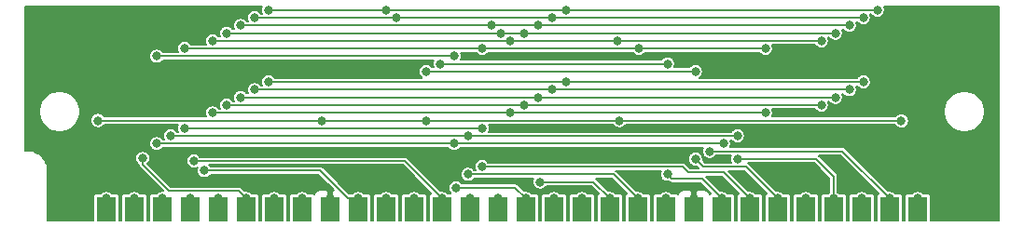
<source format=gbr>
%TF.GenerationSoftware,KiCad,Pcbnew,(5.1.9-0-10_14)*%
%TF.CreationDate,2021-02-23T11:37:35+01:00*%
%TF.ProjectId,30pin_SIMM_4MB,33307069-6e5f-4534-994d-4d5f344d422e,rev?*%
%TF.SameCoordinates,Original*%
%TF.FileFunction,Copper,L2,Bot*%
%TF.FilePolarity,Positive*%
%FSLAX46Y46*%
G04 Gerber Fmt 4.6, Leading zero omitted, Abs format (unit mm)*
G04 Created by KiCad (PCBNEW (5.1.9-0-10_14)) date 2021-02-23 11:37:35*
%MOMM*%
%LPD*%
G01*
G04 APERTURE LIST*
%TA.AperFunction,ConnectorPad*%
%ADD10R,1.780000X2.300000*%
%TD*%
%TA.AperFunction,ViaPad*%
%ADD11C,0.800000*%
%TD*%
%TA.AperFunction,Conductor*%
%ADD12C,0.200000*%
%TD*%
%TA.AperFunction,Conductor*%
%ADD13C,0.160000*%
%TD*%
%TA.AperFunction,Conductor*%
%ADD14C,0.100000*%
%TD*%
G04 APERTURE END LIST*
D10*
%TO.P,J1,30*%
%TO.N,+5V*%
X181280000Y-98700000D03*
%TO.P,J1,29*%
%TO.N,/PD*%
X178740000Y-98700000D03*
%TO.P,J1,28*%
%TO.N,/~CASP~*%
X176200000Y-98700000D03*
%TO.P,J1,27*%
%TO.N,/~RAS~*%
X173660000Y-98700000D03*
%TO.P,J1,26*%
%TO.N,/PQ*%
X171120000Y-98700000D03*
%TO.P,J1,25*%
%TO.N,/DQ7*%
X168580000Y-98700000D03*
%TO.P,J1,24*%
%TO.N,/A11*%
X166040000Y-98700000D03*
%TO.P,J1,23*%
%TO.N,/DQ6*%
X163500000Y-98700000D03*
%TO.P,J1,22*%
%TO.N,GND*%
X160960000Y-98700000D03*
%TO.P,J1,21*%
%TO.N,/~WE~*%
X158420000Y-98700000D03*
%TO.P,J1,20*%
%TO.N,/DQ5*%
X155880000Y-98700000D03*
%TO.P,J1,19*%
%TO.N,/A10*%
X153340000Y-98700000D03*
%TO.P,J1,18*%
%TO.N,/A9*%
X150800000Y-98700000D03*
%TO.P,J1,17*%
%TO.N,/A8*%
X148260000Y-98700000D03*
%TO.P,J1,16*%
%TO.N,/DQ4*%
X145720000Y-98700000D03*
%TO.P,J1,15*%
%TO.N,/A7*%
X143180000Y-98700000D03*
%TO.P,J1,14*%
%TO.N,/A6*%
X140640000Y-98700000D03*
%TO.P,J1,13*%
%TO.N,/DQ3*%
X138100000Y-98700000D03*
%TO.P,J1,12*%
%TO.N,/A5*%
X135560000Y-98700000D03*
%TO.P,J1,11*%
%TO.N,/A4*%
X133020000Y-98700000D03*
%TO.P,J1,10*%
%TO.N,/DQ2*%
X130480000Y-98700000D03*
%TO.P,J1,9*%
%TO.N,GND*%
X127940000Y-98700000D03*
%TO.P,J1,8*%
%TO.N,/A3*%
X125400000Y-98700000D03*
%TO.P,J1,7*%
%TO.N,/A2*%
X122860000Y-98700000D03*
%TO.P,J1,6*%
%TO.N,/DQ1*%
X120320000Y-98700000D03*
%TO.P,J1,5*%
%TO.N,/A1*%
X117780000Y-98700000D03*
%TO.P,J1,4*%
%TO.N,/A0*%
X115240000Y-98700000D03*
%TO.P,J1,3*%
%TO.N,/DQ0*%
X112700000Y-98700000D03*
%TO.P,J1,2*%
%TO.N,/~CAS~*%
X110160000Y-98700000D03*
%TO.P,J1,1*%
%TO.N,+5V*%
X107620000Y-98700000D03*
%TD*%
D11*
%TO.N,GND*%
X175450000Y-96300000D03*
X169100000Y-96300000D03*
X165900000Y-96300000D03*
X127940000Y-97750000D03*
X160960000Y-97750000D03*
X182600000Y-96300000D03*
X163400000Y-96300000D03*
X131100000Y-96300000D03*
X153400000Y-93800000D03*
X172055000Y-96300000D03*
X133740000Y-96940000D03*
X109130000Y-87630000D03*
X157000000Y-93780000D03*
X110920000Y-82000000D03*
X153460000Y-96540000D03*
X110010000Y-96300000D03*
X114730000Y-88400000D03*
X105940000Y-96300000D03*
%TO.N,+5V*%
X107620000Y-97750000D03*
X181280000Y-97750000D03*
X127190000Y-90650000D03*
X154200000Y-90670000D03*
X179800000Y-90680000D03*
X106870000Y-90650000D03*
X136630000Y-90650000D03*
%TO.N,/A3*%
X149350000Y-87150000D03*
X176350000Y-87150000D03*
X125400000Y-97750000D03*
X122350000Y-87150000D03*
%TO.N,/A2*%
X148080000Y-87850000D03*
X175080000Y-87850000D03*
X121080000Y-87850000D03*
X122860000Y-97750000D03*
%TO.N,/A1*%
X146810000Y-88550000D03*
X173810000Y-88550000D03*
X119810000Y-88550000D03*
X117780000Y-97750000D03*
%TO.N,/A0*%
X145540000Y-89250000D03*
X172540000Y-89250000D03*
X118540000Y-89250000D03*
X115240000Y-97750000D03*
%TO.N,/A10*%
X144270000Y-89950000D03*
X167460000Y-89950000D03*
X117270000Y-89950000D03*
X153340000Y-97750000D03*
X146990000Y-96250000D03*
%TO.N,/A11*%
X141730000Y-91350000D03*
X114730000Y-91350000D03*
X166040000Y-97750000D03*
X141730000Y-94850000D03*
%TO.N,/~RAS~*%
X140460000Y-92050000D03*
X164920000Y-92050000D03*
X113460000Y-92050000D03*
X173660000Y-97750000D03*
X164920000Y-94150000D03*
%TO.N,/~WE~*%
X163650000Y-92750000D03*
X139190000Y-92750000D03*
X112190000Y-92750000D03*
X158420000Y-97750000D03*
%TO.N,/DQ1*%
X110920000Y-94100000D03*
X120320000Y-97750000D03*
%TO.N,/DQ0*%
X112700000Y-97750000D03*
%TO.N,/DQ3*%
X115560000Y-94330000D03*
X138100000Y-97750000D03*
%TO.N,/DQ2*%
X116510000Y-95210000D03*
X130480000Y-97750000D03*
%TO.N,/~CAS~*%
X110160000Y-97750000D03*
X139190000Y-84800000D03*
X112190000Y-84800000D03*
%TO.N,/A9*%
X167460000Y-84100000D03*
X150800000Y-97750000D03*
X141730000Y-84100000D03*
X114730000Y-84100000D03*
X155950000Y-84100000D03*
%TO.N,/A8*%
X148260000Y-97750000D03*
X172540000Y-83400000D03*
X144270000Y-83400000D03*
X117270000Y-83400000D03*
X154040000Y-83400000D03*
%TO.N,/A7*%
X143180000Y-97750000D03*
X173810000Y-82700000D03*
X145540000Y-82700000D03*
X118540000Y-82700000D03*
X143410000Y-82700000D03*
%TO.N,/A6*%
X140640000Y-97750000D03*
X175080000Y-82000000D03*
X146810000Y-82000000D03*
X119810000Y-82000000D03*
X142600000Y-82000000D03*
%TO.N,/A5*%
X135560000Y-97750000D03*
X176350000Y-81300000D03*
X148080000Y-81300000D03*
X121080000Y-81300000D03*
X133960000Y-81300000D03*
%TO.N,/A4*%
X133020000Y-97750000D03*
X177620000Y-80600000D03*
X149350000Y-80600000D03*
X122350000Y-80600000D03*
X133020000Y-80600000D03*
%TO.N,/DQ5*%
X155880000Y-97750000D03*
X140460000Y-95550000D03*
%TO.N,/DQ4*%
X139370000Y-96770000D03*
X145720000Y-97750000D03*
%TO.N,/DQ7*%
X168580000Y-97750000D03*
X136650000Y-86200000D03*
X161110000Y-94150000D03*
X161110000Y-86200000D03*
%TO.N,/DQ6*%
X163500000Y-97750000D03*
X137920000Y-85500000D03*
X158570000Y-85500000D03*
X158570000Y-95550000D03*
%TO.N,/PQ*%
X171120000Y-97750000D03*
%TO.N,/~CASP~*%
X176200000Y-97750000D03*
%TO.N,/PD*%
X162380000Y-93450000D03*
X178740000Y-97750000D03*
%TD*%
D12*
%TO.N,+5V*%
X154210000Y-90680000D02*
X154200000Y-90670000D01*
X179800000Y-90680000D02*
X154210000Y-90680000D01*
X136810001Y-90649999D02*
X136790000Y-90670000D01*
X142066001Y-90649999D02*
X136810001Y-90649999D01*
X142086002Y-90670000D02*
X142066001Y-90649999D01*
X154200000Y-90670000D02*
X142086002Y-90670000D01*
X127210000Y-90670000D02*
X127190000Y-90650000D01*
X127190000Y-90650000D02*
X106870000Y-90650000D01*
X106870000Y-90650000D02*
X106870000Y-90650000D01*
X136630000Y-90650000D02*
X127190000Y-90650000D01*
%TO.N,/A3*%
X176350000Y-87150000D02*
X149350000Y-87150000D01*
X149350000Y-87150000D02*
X122350000Y-87150000D01*
%TO.N,/A2*%
X121080000Y-87850000D02*
X148080000Y-87850000D01*
X148080000Y-87850000D02*
X175080000Y-87850000D01*
%TO.N,/A1*%
X173810000Y-88550000D02*
X146810000Y-88550000D01*
X146810000Y-88550000D02*
X119810000Y-88550000D01*
%TO.N,/A0*%
X118540000Y-89250000D02*
X145540000Y-89250000D01*
X145540000Y-89250000D02*
X172540000Y-89250000D01*
%TO.N,/A10*%
X144270000Y-89950000D02*
X117270000Y-89950000D01*
X167460000Y-89950000D02*
X144270000Y-89950000D01*
X151840000Y-96250000D02*
X153340000Y-97750000D01*
X146990000Y-96250000D02*
X151840000Y-96250000D01*
%TO.N,/A11*%
X141730000Y-91350000D02*
X114730000Y-91350000D01*
X163660000Y-95370000D02*
X166040000Y-97750000D01*
X159920000Y-94850000D02*
X160440000Y-95370000D01*
X160440000Y-95370000D02*
X163660000Y-95370000D01*
X141730000Y-94850000D02*
X159920000Y-94850000D01*
%TO.N,/~RAS~*%
X164920000Y-92050000D02*
X140460000Y-92050000D01*
X140450000Y-92050000D02*
X113460000Y-92050000D01*
X140460000Y-92050000D02*
X140450000Y-92050000D01*
X173660000Y-95740000D02*
X173660000Y-97750000D01*
X172070000Y-94150000D02*
X173660000Y-95740000D01*
X164920000Y-94150000D02*
X172070000Y-94150000D01*
%TO.N,/~WE~*%
X163650000Y-92750000D02*
X139190000Y-92750000D01*
X112190000Y-92750000D02*
X139190000Y-92750000D01*
%TO.N,/DQ1*%
X110920000Y-94100000D02*
X110920000Y-94680000D01*
X110920000Y-94680000D02*
X113280000Y-97040000D01*
X119610000Y-97040000D02*
X120320000Y-97750000D01*
X113280000Y-97040000D02*
X119610000Y-97040000D01*
%TO.N,/DQ3*%
X134680000Y-94330000D02*
X138100000Y-97750000D01*
X115560000Y-94330000D02*
X134680000Y-94330000D01*
%TO.N,/DQ2*%
X129570002Y-97750000D02*
X130480000Y-97750000D01*
X127030002Y-95210000D02*
X129570002Y-97750000D01*
X116510000Y-95210000D02*
X127030002Y-95210000D01*
%TO.N,/~CAS~*%
X139190000Y-84800000D02*
X112190000Y-84800000D01*
%TO.N,/A9*%
X114730000Y-84100000D02*
X141730000Y-84100000D01*
X141730000Y-84100000D02*
X167460000Y-84100000D01*
%TO.N,/A8*%
X118203998Y-83400000D02*
X117270000Y-83400000D01*
X144270000Y-83400000D02*
X118203998Y-83400000D01*
X144270000Y-83400000D02*
X172540000Y-83400000D01*
%TO.N,/A7*%
X118540000Y-82700000D02*
X145540000Y-82700000D01*
X173810000Y-82700000D02*
X145540000Y-82700000D01*
%TO.N,/A6*%
X146810000Y-82000000D02*
X119810000Y-82000000D01*
X175080000Y-82000000D02*
X146810000Y-82000000D01*
%TO.N,/A5*%
X121080000Y-81300000D02*
X148080000Y-81300000D01*
X148080000Y-81300000D02*
X176350000Y-81300000D01*
%TO.N,/A4*%
X149350000Y-80600000D02*
X148784315Y-80600000D01*
X148784315Y-80600000D02*
X122350000Y-80600000D01*
X177620000Y-80600000D02*
X149350000Y-80600000D01*
%TO.N,/DQ5*%
X153680000Y-95550000D02*
X155880000Y-97750000D01*
X140460000Y-95550000D02*
X153680000Y-95550000D01*
%TO.N,/DQ4*%
X144740000Y-96770000D02*
X145720000Y-97750000D01*
X139370000Y-96770000D02*
X144740000Y-96770000D01*
%TO.N,/DQ7*%
X161810001Y-94850001D02*
X165680001Y-94850001D01*
X165680001Y-94850001D02*
X168580000Y-97750000D01*
X161110000Y-94150000D02*
X161810001Y-94850001D01*
X136650000Y-86200000D02*
X161110000Y-86200000D01*
%TO.N,/DQ6*%
X161699999Y-95949999D02*
X163500000Y-97750000D01*
X158969999Y-95949999D02*
X161699999Y-95949999D01*
X158570000Y-95550000D02*
X158969999Y-95949999D01*
X137920000Y-85500000D02*
X158570000Y-85500000D01*
%TO.N,/PD*%
X174440000Y-93450000D02*
X178740000Y-97750000D01*
X162380000Y-93450000D02*
X174440000Y-93450000D01*
%TD*%
D13*
%TO.N,GND*%
X121747392Y-80277899D02*
X121696132Y-80401651D01*
X121670000Y-80533026D01*
X121670000Y-80666974D01*
X121696132Y-80798349D01*
X121746522Y-80920000D01*
X121643921Y-80920000D01*
X121608190Y-80866525D01*
X121513475Y-80771810D01*
X121402101Y-80697392D01*
X121278349Y-80646132D01*
X121146974Y-80620000D01*
X121013026Y-80620000D01*
X120881651Y-80646132D01*
X120757899Y-80697392D01*
X120646525Y-80771810D01*
X120551810Y-80866525D01*
X120477392Y-80977899D01*
X120426132Y-81101651D01*
X120400000Y-81233026D01*
X120400000Y-81366974D01*
X120426132Y-81498349D01*
X120476522Y-81620000D01*
X120373921Y-81620000D01*
X120338190Y-81566525D01*
X120243475Y-81471810D01*
X120132101Y-81397392D01*
X120008349Y-81346132D01*
X119876974Y-81320000D01*
X119743026Y-81320000D01*
X119611651Y-81346132D01*
X119487899Y-81397392D01*
X119376525Y-81471810D01*
X119281810Y-81566525D01*
X119207392Y-81677899D01*
X119156132Y-81801651D01*
X119130000Y-81933026D01*
X119130000Y-82066974D01*
X119156132Y-82198349D01*
X119206522Y-82320000D01*
X119103921Y-82320000D01*
X119068190Y-82266525D01*
X118973475Y-82171810D01*
X118862101Y-82097392D01*
X118738349Y-82046132D01*
X118606974Y-82020000D01*
X118473026Y-82020000D01*
X118341651Y-82046132D01*
X118217899Y-82097392D01*
X118106525Y-82171810D01*
X118011810Y-82266525D01*
X117937392Y-82377899D01*
X117886132Y-82501651D01*
X117860000Y-82633026D01*
X117860000Y-82766974D01*
X117886132Y-82898349D01*
X117936522Y-83020000D01*
X117833921Y-83020000D01*
X117798190Y-82966525D01*
X117703475Y-82871810D01*
X117592101Y-82797392D01*
X117468349Y-82746132D01*
X117336974Y-82720000D01*
X117203026Y-82720000D01*
X117071651Y-82746132D01*
X116947899Y-82797392D01*
X116836525Y-82871810D01*
X116741810Y-82966525D01*
X116667392Y-83077899D01*
X116616132Y-83201651D01*
X116590000Y-83333026D01*
X116590000Y-83466974D01*
X116616132Y-83598349D01*
X116666522Y-83720000D01*
X115293921Y-83720000D01*
X115258190Y-83666525D01*
X115163475Y-83571810D01*
X115052101Y-83497392D01*
X114928349Y-83446132D01*
X114796974Y-83420000D01*
X114663026Y-83420000D01*
X114531651Y-83446132D01*
X114407899Y-83497392D01*
X114296525Y-83571810D01*
X114201810Y-83666525D01*
X114127392Y-83777899D01*
X114076132Y-83901651D01*
X114050000Y-84033026D01*
X114050000Y-84166974D01*
X114076132Y-84298349D01*
X114126522Y-84420000D01*
X112753921Y-84420000D01*
X112718190Y-84366525D01*
X112623475Y-84271810D01*
X112512101Y-84197392D01*
X112388349Y-84146132D01*
X112256974Y-84120000D01*
X112123026Y-84120000D01*
X111991651Y-84146132D01*
X111867899Y-84197392D01*
X111756525Y-84271810D01*
X111661810Y-84366525D01*
X111587392Y-84477899D01*
X111536132Y-84601651D01*
X111510000Y-84733026D01*
X111510000Y-84866974D01*
X111536132Y-84998349D01*
X111587392Y-85122101D01*
X111661810Y-85233475D01*
X111756525Y-85328190D01*
X111867899Y-85402608D01*
X111991651Y-85453868D01*
X112123026Y-85480000D01*
X112256974Y-85480000D01*
X112388349Y-85453868D01*
X112512101Y-85402608D01*
X112623475Y-85328190D01*
X112718190Y-85233475D01*
X112753921Y-85180000D01*
X137316522Y-85180000D01*
X137266132Y-85301651D01*
X137240000Y-85433026D01*
X137240000Y-85566974D01*
X137266132Y-85698349D01*
X137316522Y-85820000D01*
X137213921Y-85820000D01*
X137178190Y-85766525D01*
X137083475Y-85671810D01*
X136972101Y-85597392D01*
X136848349Y-85546132D01*
X136716974Y-85520000D01*
X136583026Y-85520000D01*
X136451651Y-85546132D01*
X136327899Y-85597392D01*
X136216525Y-85671810D01*
X136121810Y-85766525D01*
X136047392Y-85877899D01*
X135996132Y-86001651D01*
X135970000Y-86133026D01*
X135970000Y-86266974D01*
X135996132Y-86398349D01*
X136047392Y-86522101D01*
X136121810Y-86633475D01*
X136216525Y-86728190D01*
X136279098Y-86770000D01*
X122913921Y-86770000D01*
X122878190Y-86716525D01*
X122783475Y-86621810D01*
X122672101Y-86547392D01*
X122548349Y-86496132D01*
X122416974Y-86470000D01*
X122283026Y-86470000D01*
X122151651Y-86496132D01*
X122027899Y-86547392D01*
X121916525Y-86621810D01*
X121821810Y-86716525D01*
X121747392Y-86827899D01*
X121696132Y-86951651D01*
X121670000Y-87083026D01*
X121670000Y-87216974D01*
X121696132Y-87348349D01*
X121746522Y-87470000D01*
X121643921Y-87470000D01*
X121608190Y-87416525D01*
X121513475Y-87321810D01*
X121402101Y-87247392D01*
X121278349Y-87196132D01*
X121146974Y-87170000D01*
X121013026Y-87170000D01*
X120881651Y-87196132D01*
X120757899Y-87247392D01*
X120646525Y-87321810D01*
X120551810Y-87416525D01*
X120477392Y-87527899D01*
X120426132Y-87651651D01*
X120400000Y-87783026D01*
X120400000Y-87916974D01*
X120426132Y-88048349D01*
X120476522Y-88170000D01*
X120373921Y-88170000D01*
X120338190Y-88116525D01*
X120243475Y-88021810D01*
X120132101Y-87947392D01*
X120008349Y-87896132D01*
X119876974Y-87870000D01*
X119743026Y-87870000D01*
X119611651Y-87896132D01*
X119487899Y-87947392D01*
X119376525Y-88021810D01*
X119281810Y-88116525D01*
X119207392Y-88227899D01*
X119156132Y-88351651D01*
X119130000Y-88483026D01*
X119130000Y-88616974D01*
X119156132Y-88748349D01*
X119206522Y-88870000D01*
X119103921Y-88870000D01*
X119068190Y-88816525D01*
X118973475Y-88721810D01*
X118862101Y-88647392D01*
X118738349Y-88596132D01*
X118606974Y-88570000D01*
X118473026Y-88570000D01*
X118341651Y-88596132D01*
X118217899Y-88647392D01*
X118106525Y-88721810D01*
X118011810Y-88816525D01*
X117937392Y-88927899D01*
X117886132Y-89051651D01*
X117860000Y-89183026D01*
X117860000Y-89316974D01*
X117886132Y-89448349D01*
X117936522Y-89570000D01*
X117833921Y-89570000D01*
X117798190Y-89516525D01*
X117703475Y-89421810D01*
X117592101Y-89347392D01*
X117468349Y-89296132D01*
X117336974Y-89270000D01*
X117203026Y-89270000D01*
X117071651Y-89296132D01*
X116947899Y-89347392D01*
X116836525Y-89421810D01*
X116741810Y-89516525D01*
X116667392Y-89627899D01*
X116616132Y-89751651D01*
X116590000Y-89883026D01*
X116590000Y-90016974D01*
X116616132Y-90148349D01*
X116666522Y-90270000D01*
X107433921Y-90270000D01*
X107398190Y-90216525D01*
X107303475Y-90121810D01*
X107192101Y-90047392D01*
X107068349Y-89996132D01*
X106936974Y-89970000D01*
X106803026Y-89970000D01*
X106671651Y-89996132D01*
X106547899Y-90047392D01*
X106436525Y-90121810D01*
X106341810Y-90216525D01*
X106267392Y-90327899D01*
X106216132Y-90451651D01*
X106190000Y-90583026D01*
X106190000Y-90716974D01*
X106216132Y-90848349D01*
X106267392Y-90972101D01*
X106341810Y-91083475D01*
X106436525Y-91178190D01*
X106547899Y-91252608D01*
X106671651Y-91303868D01*
X106803026Y-91330000D01*
X106936974Y-91330000D01*
X107068349Y-91303868D01*
X107192101Y-91252608D01*
X107303475Y-91178190D01*
X107398190Y-91083475D01*
X107433921Y-91030000D01*
X114126522Y-91030000D01*
X114076132Y-91151651D01*
X114050000Y-91283026D01*
X114050000Y-91416974D01*
X114076132Y-91548349D01*
X114126522Y-91670000D01*
X114023921Y-91670000D01*
X113988190Y-91616525D01*
X113893475Y-91521810D01*
X113782101Y-91447392D01*
X113658349Y-91396132D01*
X113526974Y-91370000D01*
X113393026Y-91370000D01*
X113261651Y-91396132D01*
X113137899Y-91447392D01*
X113026525Y-91521810D01*
X112931810Y-91616525D01*
X112857392Y-91727899D01*
X112806132Y-91851651D01*
X112780000Y-91983026D01*
X112780000Y-92116974D01*
X112806132Y-92248349D01*
X112856522Y-92370000D01*
X112753921Y-92370000D01*
X112718190Y-92316525D01*
X112623475Y-92221810D01*
X112512101Y-92147392D01*
X112388349Y-92096132D01*
X112256974Y-92070000D01*
X112123026Y-92070000D01*
X111991651Y-92096132D01*
X111867899Y-92147392D01*
X111756525Y-92221810D01*
X111661810Y-92316525D01*
X111587392Y-92427899D01*
X111536132Y-92551651D01*
X111510000Y-92683026D01*
X111510000Y-92816974D01*
X111536132Y-92948349D01*
X111587392Y-93072101D01*
X111661810Y-93183475D01*
X111756525Y-93278190D01*
X111867899Y-93352608D01*
X111991651Y-93403868D01*
X112123026Y-93430000D01*
X112256974Y-93430000D01*
X112388349Y-93403868D01*
X112512101Y-93352608D01*
X112623475Y-93278190D01*
X112718190Y-93183475D01*
X112753921Y-93130000D01*
X138626079Y-93130000D01*
X138661810Y-93183475D01*
X138756525Y-93278190D01*
X138867899Y-93352608D01*
X138991651Y-93403868D01*
X139123026Y-93430000D01*
X139256974Y-93430000D01*
X139388349Y-93403868D01*
X139512101Y-93352608D01*
X139623475Y-93278190D01*
X139718190Y-93183475D01*
X139753921Y-93130000D01*
X161776522Y-93130000D01*
X161726132Y-93251651D01*
X161700000Y-93383026D01*
X161700000Y-93516974D01*
X161726132Y-93648349D01*
X161777392Y-93772101D01*
X161851810Y-93883475D01*
X161946525Y-93978190D01*
X162057899Y-94052608D01*
X162181651Y-94103868D01*
X162313026Y-94130000D01*
X162446974Y-94130000D01*
X162578349Y-94103868D01*
X162702101Y-94052608D01*
X162813475Y-93978190D01*
X162908190Y-93883475D01*
X162943921Y-93830000D01*
X164316522Y-93830000D01*
X164266132Y-93951651D01*
X164240000Y-94083026D01*
X164240000Y-94216974D01*
X164266132Y-94348349D01*
X164316522Y-94470001D01*
X161967402Y-94470001D01*
X161777453Y-94280052D01*
X161790000Y-94216974D01*
X161790000Y-94083026D01*
X161763868Y-93951651D01*
X161712608Y-93827899D01*
X161638190Y-93716525D01*
X161543475Y-93621810D01*
X161432101Y-93547392D01*
X161308349Y-93496132D01*
X161176974Y-93470000D01*
X161043026Y-93470000D01*
X160911651Y-93496132D01*
X160787899Y-93547392D01*
X160676525Y-93621810D01*
X160581810Y-93716525D01*
X160507392Y-93827899D01*
X160456132Y-93951651D01*
X160430000Y-94083026D01*
X160430000Y-94216974D01*
X160456132Y-94348349D01*
X160507392Y-94472101D01*
X160581810Y-94583475D01*
X160676525Y-94678190D01*
X160787899Y-94752608D01*
X160911651Y-94803868D01*
X161043026Y-94830000D01*
X161176974Y-94830000D01*
X161240052Y-94817453D01*
X161412599Y-94990000D01*
X160597401Y-94990000D01*
X160201900Y-94594500D01*
X160190000Y-94580000D01*
X160132138Y-94532513D01*
X160066123Y-94497228D01*
X159994493Y-94475499D01*
X159938661Y-94470000D01*
X159938653Y-94470000D01*
X159920000Y-94468163D01*
X159901347Y-94470000D01*
X142293921Y-94470000D01*
X142258190Y-94416525D01*
X142163475Y-94321810D01*
X142052101Y-94247392D01*
X141928349Y-94196132D01*
X141796974Y-94170000D01*
X141663026Y-94170000D01*
X141531651Y-94196132D01*
X141407899Y-94247392D01*
X141296525Y-94321810D01*
X141201810Y-94416525D01*
X141127392Y-94527899D01*
X141076132Y-94651651D01*
X141050000Y-94783026D01*
X141050000Y-94916974D01*
X141076132Y-95048349D01*
X141126522Y-95170000D01*
X141023921Y-95170000D01*
X140988190Y-95116525D01*
X140893475Y-95021810D01*
X140782101Y-94947392D01*
X140658349Y-94896132D01*
X140526974Y-94870000D01*
X140393026Y-94870000D01*
X140261651Y-94896132D01*
X140137899Y-94947392D01*
X140026525Y-95021810D01*
X139931810Y-95116525D01*
X139857392Y-95227899D01*
X139806132Y-95351651D01*
X139780000Y-95483026D01*
X139780000Y-95616974D01*
X139806132Y-95748349D01*
X139857392Y-95872101D01*
X139931810Y-95983475D01*
X140026525Y-96078190D01*
X140137899Y-96152608D01*
X140261651Y-96203868D01*
X140393026Y-96230000D01*
X140526974Y-96230000D01*
X140658349Y-96203868D01*
X140782101Y-96152608D01*
X140893475Y-96078190D01*
X140988190Y-95983475D01*
X141023921Y-95930000D01*
X146386522Y-95930000D01*
X146336132Y-96051651D01*
X146310000Y-96183026D01*
X146310000Y-96316974D01*
X146336132Y-96448349D01*
X146387392Y-96572101D01*
X146461810Y-96683475D01*
X146556525Y-96778190D01*
X146667899Y-96852608D01*
X146791651Y-96903868D01*
X146923026Y-96930000D01*
X147056974Y-96930000D01*
X147188349Y-96903868D01*
X147312101Y-96852608D01*
X147423475Y-96778190D01*
X147518190Y-96683475D01*
X147553921Y-96630000D01*
X151682600Y-96630000D01*
X152342585Y-97289986D01*
X152342330Y-97290063D01*
X152293688Y-97316063D01*
X152251053Y-97351053D01*
X152216063Y-97393688D01*
X152190063Y-97442330D01*
X152174052Y-97495111D01*
X152168646Y-97550000D01*
X152168646Y-99735000D01*
X151971354Y-99735000D01*
X151971354Y-97550000D01*
X151965948Y-97495111D01*
X151949937Y-97442330D01*
X151923937Y-97393688D01*
X151888947Y-97351053D01*
X151846312Y-97316063D01*
X151797670Y-97290063D01*
X151744889Y-97274052D01*
X151690000Y-97268646D01*
X151280311Y-97268646D01*
X151233475Y-97221810D01*
X151122101Y-97147392D01*
X150998349Y-97096132D01*
X150866974Y-97070000D01*
X150733026Y-97070000D01*
X150601651Y-97096132D01*
X150477899Y-97147392D01*
X150366525Y-97221810D01*
X150319689Y-97268646D01*
X149910000Y-97268646D01*
X149855111Y-97274052D01*
X149802330Y-97290063D01*
X149753688Y-97316063D01*
X149711053Y-97351053D01*
X149676063Y-97393688D01*
X149650063Y-97442330D01*
X149634052Y-97495111D01*
X149628646Y-97550000D01*
X149628646Y-99735000D01*
X149431354Y-99735000D01*
X149431354Y-97550000D01*
X149425948Y-97495111D01*
X149409937Y-97442330D01*
X149383937Y-97393688D01*
X149348947Y-97351053D01*
X149306312Y-97316063D01*
X149257670Y-97290063D01*
X149204889Y-97274052D01*
X149150000Y-97268646D01*
X148740311Y-97268646D01*
X148693475Y-97221810D01*
X148582101Y-97147392D01*
X148458349Y-97096132D01*
X148326974Y-97070000D01*
X148193026Y-97070000D01*
X148061651Y-97096132D01*
X147937899Y-97147392D01*
X147826525Y-97221810D01*
X147779689Y-97268646D01*
X147370000Y-97268646D01*
X147315111Y-97274052D01*
X147262330Y-97290063D01*
X147213688Y-97316063D01*
X147171053Y-97351053D01*
X147136063Y-97393688D01*
X147110063Y-97442330D01*
X147094052Y-97495111D01*
X147088646Y-97550000D01*
X147088646Y-99735000D01*
X146891354Y-99735000D01*
X146891354Y-97550000D01*
X146885948Y-97495111D01*
X146869937Y-97442330D01*
X146843937Y-97393688D01*
X146808947Y-97351053D01*
X146766312Y-97316063D01*
X146717670Y-97290063D01*
X146664889Y-97274052D01*
X146610000Y-97268646D01*
X146200311Y-97268646D01*
X146153475Y-97221810D01*
X146042101Y-97147392D01*
X145918349Y-97096132D01*
X145786974Y-97070000D01*
X145653026Y-97070000D01*
X145589948Y-97082547D01*
X145021900Y-96514500D01*
X145010000Y-96500000D01*
X144952138Y-96452513D01*
X144886123Y-96417228D01*
X144814493Y-96395499D01*
X144758661Y-96390000D01*
X144758653Y-96390000D01*
X144740000Y-96388163D01*
X144721347Y-96390000D01*
X139933921Y-96390000D01*
X139898190Y-96336525D01*
X139803475Y-96241810D01*
X139692101Y-96167392D01*
X139568349Y-96116132D01*
X139436974Y-96090000D01*
X139303026Y-96090000D01*
X139171651Y-96116132D01*
X139047899Y-96167392D01*
X138936525Y-96241810D01*
X138841810Y-96336525D01*
X138767392Y-96447899D01*
X138716132Y-96571651D01*
X138690000Y-96703026D01*
X138690000Y-96836974D01*
X138716132Y-96968349D01*
X138767392Y-97092101D01*
X138841810Y-97203475D01*
X138906981Y-97268646D01*
X138580311Y-97268646D01*
X138533475Y-97221810D01*
X138422101Y-97147392D01*
X138298349Y-97096132D01*
X138166974Y-97070000D01*
X138033026Y-97070000D01*
X137969948Y-97082547D01*
X134961900Y-94074500D01*
X134950000Y-94060000D01*
X134892138Y-94012513D01*
X134826123Y-93977228D01*
X134754493Y-93955499D01*
X134698661Y-93950000D01*
X134698653Y-93950000D01*
X134680000Y-93948163D01*
X134661347Y-93950000D01*
X116123921Y-93950000D01*
X116088190Y-93896525D01*
X115993475Y-93801810D01*
X115882101Y-93727392D01*
X115758349Y-93676132D01*
X115626974Y-93650000D01*
X115493026Y-93650000D01*
X115361651Y-93676132D01*
X115237899Y-93727392D01*
X115126525Y-93801810D01*
X115031810Y-93896525D01*
X114957392Y-94007899D01*
X114906132Y-94131651D01*
X114880000Y-94263026D01*
X114880000Y-94396974D01*
X114906132Y-94528349D01*
X114957392Y-94652101D01*
X115031810Y-94763475D01*
X115126525Y-94858190D01*
X115237899Y-94932608D01*
X115361651Y-94983868D01*
X115493026Y-95010000D01*
X115626974Y-95010000D01*
X115758349Y-94983868D01*
X115882101Y-94932608D01*
X115891464Y-94926352D01*
X115856132Y-95011651D01*
X115830000Y-95143026D01*
X115830000Y-95276974D01*
X115856132Y-95408349D01*
X115907392Y-95532101D01*
X115981810Y-95643475D01*
X116076525Y-95738190D01*
X116187899Y-95812608D01*
X116311651Y-95863868D01*
X116443026Y-95890000D01*
X116576974Y-95890000D01*
X116708349Y-95863868D01*
X116832101Y-95812608D01*
X116943475Y-95738190D01*
X117038190Y-95643475D01*
X117073921Y-95590000D01*
X126872602Y-95590000D01*
X128252801Y-96970199D01*
X128114000Y-97109000D01*
X128114000Y-98526000D01*
X128134000Y-98526000D01*
X128134000Y-98874000D01*
X128114000Y-98874000D01*
X128114000Y-99735000D01*
X127766000Y-99735000D01*
X127766000Y-98874000D01*
X127746000Y-98874000D01*
X127746000Y-98526000D01*
X127766000Y-98526000D01*
X127766000Y-97109000D01*
X127619000Y-96962000D01*
X127050000Y-96959155D01*
X126934732Y-96970508D01*
X126823893Y-97004130D01*
X126721744Y-97058730D01*
X126632209Y-97132209D01*
X126558730Y-97221744D01*
X126504130Y-97323893D01*
X126494017Y-97357231D01*
X126488947Y-97351053D01*
X126446312Y-97316063D01*
X126397670Y-97290063D01*
X126344889Y-97274052D01*
X126290000Y-97268646D01*
X125880311Y-97268646D01*
X125833475Y-97221810D01*
X125722101Y-97147392D01*
X125598349Y-97096132D01*
X125466974Y-97070000D01*
X125333026Y-97070000D01*
X125201651Y-97096132D01*
X125077899Y-97147392D01*
X124966525Y-97221810D01*
X124919689Y-97268646D01*
X124510000Y-97268646D01*
X124455111Y-97274052D01*
X124402330Y-97290063D01*
X124353688Y-97316063D01*
X124311053Y-97351053D01*
X124276063Y-97393688D01*
X124250063Y-97442330D01*
X124234052Y-97495111D01*
X124228646Y-97550000D01*
X124228646Y-99735000D01*
X124031354Y-99735000D01*
X124031354Y-97550000D01*
X124025948Y-97495111D01*
X124009937Y-97442330D01*
X123983937Y-97393688D01*
X123948947Y-97351053D01*
X123906312Y-97316063D01*
X123857670Y-97290063D01*
X123804889Y-97274052D01*
X123750000Y-97268646D01*
X123340311Y-97268646D01*
X123293475Y-97221810D01*
X123182101Y-97147392D01*
X123058349Y-97096132D01*
X122926974Y-97070000D01*
X122793026Y-97070000D01*
X122661651Y-97096132D01*
X122537899Y-97147392D01*
X122426525Y-97221810D01*
X122379689Y-97268646D01*
X121970000Y-97268646D01*
X121915111Y-97274052D01*
X121862330Y-97290063D01*
X121813688Y-97316063D01*
X121771053Y-97351053D01*
X121736063Y-97393688D01*
X121710063Y-97442330D01*
X121694052Y-97495111D01*
X121688646Y-97550000D01*
X121688646Y-99735000D01*
X121491354Y-99735000D01*
X121491354Y-97550000D01*
X121485948Y-97495111D01*
X121469937Y-97442330D01*
X121443937Y-97393688D01*
X121408947Y-97351053D01*
X121366312Y-97316063D01*
X121317670Y-97290063D01*
X121264889Y-97274052D01*
X121210000Y-97268646D01*
X120800311Y-97268646D01*
X120753475Y-97221810D01*
X120642101Y-97147392D01*
X120518349Y-97096132D01*
X120386974Y-97070000D01*
X120253026Y-97070000D01*
X120189947Y-97082547D01*
X119891900Y-96784500D01*
X119880000Y-96770000D01*
X119822138Y-96722513D01*
X119756123Y-96687228D01*
X119684493Y-96665499D01*
X119628661Y-96660000D01*
X119628653Y-96660000D01*
X119610000Y-96658163D01*
X119591347Y-96660000D01*
X113437401Y-96660000D01*
X111379533Y-94602132D01*
X111448190Y-94533475D01*
X111522608Y-94422101D01*
X111573868Y-94298349D01*
X111600000Y-94166974D01*
X111600000Y-94033026D01*
X111573868Y-93901651D01*
X111522608Y-93777899D01*
X111448190Y-93666525D01*
X111353475Y-93571810D01*
X111242101Y-93497392D01*
X111118349Y-93446132D01*
X110986974Y-93420000D01*
X110853026Y-93420000D01*
X110721651Y-93446132D01*
X110597899Y-93497392D01*
X110486525Y-93571810D01*
X110391810Y-93666525D01*
X110317392Y-93777899D01*
X110266132Y-93901651D01*
X110240000Y-94033026D01*
X110240000Y-94166974D01*
X110266132Y-94298349D01*
X110317392Y-94422101D01*
X110391810Y-94533475D01*
X110486525Y-94628190D01*
X110539762Y-94663762D01*
X110538163Y-94680000D01*
X110545499Y-94754492D01*
X110567228Y-94826122D01*
X110572240Y-94835499D01*
X110602514Y-94892138D01*
X110650001Y-94950000D01*
X110664496Y-94961896D01*
X112773996Y-97071397D01*
X112766974Y-97070000D01*
X112633026Y-97070000D01*
X112501651Y-97096132D01*
X112377899Y-97147392D01*
X112266525Y-97221810D01*
X112219689Y-97268646D01*
X111810000Y-97268646D01*
X111755111Y-97274052D01*
X111702330Y-97290063D01*
X111653688Y-97316063D01*
X111611053Y-97351053D01*
X111576063Y-97393688D01*
X111550063Y-97442330D01*
X111534052Y-97495111D01*
X111528646Y-97550000D01*
X111528646Y-99735000D01*
X111331354Y-99735000D01*
X111331354Y-97550000D01*
X111325948Y-97495111D01*
X111309937Y-97442330D01*
X111283937Y-97393688D01*
X111248947Y-97351053D01*
X111206312Y-97316063D01*
X111157670Y-97290063D01*
X111104889Y-97274052D01*
X111050000Y-97268646D01*
X110640311Y-97268646D01*
X110593475Y-97221810D01*
X110482101Y-97147392D01*
X110358349Y-97096132D01*
X110226974Y-97070000D01*
X110093026Y-97070000D01*
X109961651Y-97096132D01*
X109837899Y-97147392D01*
X109726525Y-97221810D01*
X109679689Y-97268646D01*
X109270000Y-97268646D01*
X109215111Y-97274052D01*
X109162330Y-97290063D01*
X109113688Y-97316063D01*
X109071053Y-97351053D01*
X109036063Y-97393688D01*
X109010063Y-97442330D01*
X108994052Y-97495111D01*
X108988646Y-97550000D01*
X108988646Y-99735000D01*
X108791354Y-99735000D01*
X108791354Y-97550000D01*
X108785948Y-97495111D01*
X108769937Y-97442330D01*
X108743937Y-97393688D01*
X108708947Y-97351053D01*
X108666312Y-97316063D01*
X108617670Y-97290063D01*
X108564889Y-97274052D01*
X108510000Y-97268646D01*
X108100311Y-97268646D01*
X108053475Y-97221810D01*
X107942101Y-97147392D01*
X107818349Y-97096132D01*
X107686974Y-97070000D01*
X107553026Y-97070000D01*
X107421651Y-97096132D01*
X107297899Y-97147392D01*
X107186525Y-97221810D01*
X107139689Y-97268646D01*
X106730000Y-97268646D01*
X106675111Y-97274052D01*
X106622330Y-97290063D01*
X106573688Y-97316063D01*
X106531053Y-97351053D01*
X106496063Y-97393688D01*
X106470063Y-97442330D01*
X106454052Y-97495111D01*
X106448646Y-97550000D01*
X106448646Y-99735000D01*
X102295000Y-99735000D01*
X102295000Y-95136985D01*
X102293807Y-95124870D01*
X102293872Y-95115511D01*
X102293511Y-95111829D01*
X102262911Y-94820683D01*
X102258079Y-94797144D01*
X102253581Y-94773562D01*
X102252512Y-94770020D01*
X102165944Y-94490364D01*
X102156636Y-94468221D01*
X102147639Y-94445953D01*
X102145902Y-94442686D01*
X102006663Y-94185170D01*
X101993221Y-94165241D01*
X101980081Y-94145161D01*
X101977746Y-94142299D01*
X101977742Y-94142293D01*
X101977737Y-94142288D01*
X101791137Y-93916727D01*
X101774084Y-93899792D01*
X101757290Y-93882643D01*
X101754439Y-93880284D01*
X101527575Y-93695258D01*
X101507560Y-93681960D01*
X101487752Y-93668397D01*
X101484497Y-93666637D01*
X101226016Y-93529200D01*
X101203816Y-93520050D01*
X101181734Y-93510586D01*
X101178200Y-93509491D01*
X100897946Y-93424877D01*
X100874336Y-93420202D01*
X100850891Y-93415219D01*
X100847213Y-93414832D01*
X100847211Y-93414832D01*
X100555859Y-93386265D01*
X100555858Y-93386265D01*
X100543015Y-93385000D01*
X100265000Y-93385000D01*
X100265000Y-89655821D01*
X101510000Y-89655821D01*
X101510000Y-90024179D01*
X101581863Y-90385459D01*
X101722828Y-90725777D01*
X101927476Y-91032055D01*
X102187945Y-91292524D01*
X102494223Y-91497172D01*
X102834541Y-91638137D01*
X103195821Y-91710000D01*
X103564179Y-91710000D01*
X103925459Y-91638137D01*
X104265777Y-91497172D01*
X104572055Y-91292524D01*
X104832524Y-91032055D01*
X105037172Y-90725777D01*
X105178137Y-90385459D01*
X105250000Y-90024179D01*
X105250000Y-89655821D01*
X105178137Y-89294541D01*
X105037172Y-88954223D01*
X104832524Y-88647945D01*
X104572055Y-88387476D01*
X104265777Y-88182828D01*
X103925459Y-88041863D01*
X103564179Y-87970000D01*
X103195821Y-87970000D01*
X102834541Y-88041863D01*
X102494223Y-88182828D01*
X102187945Y-88387476D01*
X101927476Y-88647945D01*
X101722828Y-88954223D01*
X101581863Y-89294541D01*
X101510000Y-89655821D01*
X100265000Y-89655821D01*
X100265000Y-80265000D01*
X121756011Y-80265000D01*
X121747392Y-80277899D01*
%TA.AperFunction,Conductor*%
D14*
G36*
X121747392Y-80277899D02*
G01*
X121696132Y-80401651D01*
X121670000Y-80533026D01*
X121670000Y-80666974D01*
X121696132Y-80798349D01*
X121746522Y-80920000D01*
X121643921Y-80920000D01*
X121608190Y-80866525D01*
X121513475Y-80771810D01*
X121402101Y-80697392D01*
X121278349Y-80646132D01*
X121146974Y-80620000D01*
X121013026Y-80620000D01*
X120881651Y-80646132D01*
X120757899Y-80697392D01*
X120646525Y-80771810D01*
X120551810Y-80866525D01*
X120477392Y-80977899D01*
X120426132Y-81101651D01*
X120400000Y-81233026D01*
X120400000Y-81366974D01*
X120426132Y-81498349D01*
X120476522Y-81620000D01*
X120373921Y-81620000D01*
X120338190Y-81566525D01*
X120243475Y-81471810D01*
X120132101Y-81397392D01*
X120008349Y-81346132D01*
X119876974Y-81320000D01*
X119743026Y-81320000D01*
X119611651Y-81346132D01*
X119487899Y-81397392D01*
X119376525Y-81471810D01*
X119281810Y-81566525D01*
X119207392Y-81677899D01*
X119156132Y-81801651D01*
X119130000Y-81933026D01*
X119130000Y-82066974D01*
X119156132Y-82198349D01*
X119206522Y-82320000D01*
X119103921Y-82320000D01*
X119068190Y-82266525D01*
X118973475Y-82171810D01*
X118862101Y-82097392D01*
X118738349Y-82046132D01*
X118606974Y-82020000D01*
X118473026Y-82020000D01*
X118341651Y-82046132D01*
X118217899Y-82097392D01*
X118106525Y-82171810D01*
X118011810Y-82266525D01*
X117937392Y-82377899D01*
X117886132Y-82501651D01*
X117860000Y-82633026D01*
X117860000Y-82766974D01*
X117886132Y-82898349D01*
X117936522Y-83020000D01*
X117833921Y-83020000D01*
X117798190Y-82966525D01*
X117703475Y-82871810D01*
X117592101Y-82797392D01*
X117468349Y-82746132D01*
X117336974Y-82720000D01*
X117203026Y-82720000D01*
X117071651Y-82746132D01*
X116947899Y-82797392D01*
X116836525Y-82871810D01*
X116741810Y-82966525D01*
X116667392Y-83077899D01*
X116616132Y-83201651D01*
X116590000Y-83333026D01*
X116590000Y-83466974D01*
X116616132Y-83598349D01*
X116666522Y-83720000D01*
X115293921Y-83720000D01*
X115258190Y-83666525D01*
X115163475Y-83571810D01*
X115052101Y-83497392D01*
X114928349Y-83446132D01*
X114796974Y-83420000D01*
X114663026Y-83420000D01*
X114531651Y-83446132D01*
X114407899Y-83497392D01*
X114296525Y-83571810D01*
X114201810Y-83666525D01*
X114127392Y-83777899D01*
X114076132Y-83901651D01*
X114050000Y-84033026D01*
X114050000Y-84166974D01*
X114076132Y-84298349D01*
X114126522Y-84420000D01*
X112753921Y-84420000D01*
X112718190Y-84366525D01*
X112623475Y-84271810D01*
X112512101Y-84197392D01*
X112388349Y-84146132D01*
X112256974Y-84120000D01*
X112123026Y-84120000D01*
X111991651Y-84146132D01*
X111867899Y-84197392D01*
X111756525Y-84271810D01*
X111661810Y-84366525D01*
X111587392Y-84477899D01*
X111536132Y-84601651D01*
X111510000Y-84733026D01*
X111510000Y-84866974D01*
X111536132Y-84998349D01*
X111587392Y-85122101D01*
X111661810Y-85233475D01*
X111756525Y-85328190D01*
X111867899Y-85402608D01*
X111991651Y-85453868D01*
X112123026Y-85480000D01*
X112256974Y-85480000D01*
X112388349Y-85453868D01*
X112512101Y-85402608D01*
X112623475Y-85328190D01*
X112718190Y-85233475D01*
X112753921Y-85180000D01*
X137316522Y-85180000D01*
X137266132Y-85301651D01*
X137240000Y-85433026D01*
X137240000Y-85566974D01*
X137266132Y-85698349D01*
X137316522Y-85820000D01*
X137213921Y-85820000D01*
X137178190Y-85766525D01*
X137083475Y-85671810D01*
X136972101Y-85597392D01*
X136848349Y-85546132D01*
X136716974Y-85520000D01*
X136583026Y-85520000D01*
X136451651Y-85546132D01*
X136327899Y-85597392D01*
X136216525Y-85671810D01*
X136121810Y-85766525D01*
X136047392Y-85877899D01*
X135996132Y-86001651D01*
X135970000Y-86133026D01*
X135970000Y-86266974D01*
X135996132Y-86398349D01*
X136047392Y-86522101D01*
X136121810Y-86633475D01*
X136216525Y-86728190D01*
X136279098Y-86770000D01*
X122913921Y-86770000D01*
X122878190Y-86716525D01*
X122783475Y-86621810D01*
X122672101Y-86547392D01*
X122548349Y-86496132D01*
X122416974Y-86470000D01*
X122283026Y-86470000D01*
X122151651Y-86496132D01*
X122027899Y-86547392D01*
X121916525Y-86621810D01*
X121821810Y-86716525D01*
X121747392Y-86827899D01*
X121696132Y-86951651D01*
X121670000Y-87083026D01*
X121670000Y-87216974D01*
X121696132Y-87348349D01*
X121746522Y-87470000D01*
X121643921Y-87470000D01*
X121608190Y-87416525D01*
X121513475Y-87321810D01*
X121402101Y-87247392D01*
X121278349Y-87196132D01*
X121146974Y-87170000D01*
X121013026Y-87170000D01*
X120881651Y-87196132D01*
X120757899Y-87247392D01*
X120646525Y-87321810D01*
X120551810Y-87416525D01*
X120477392Y-87527899D01*
X120426132Y-87651651D01*
X120400000Y-87783026D01*
X120400000Y-87916974D01*
X120426132Y-88048349D01*
X120476522Y-88170000D01*
X120373921Y-88170000D01*
X120338190Y-88116525D01*
X120243475Y-88021810D01*
X120132101Y-87947392D01*
X120008349Y-87896132D01*
X119876974Y-87870000D01*
X119743026Y-87870000D01*
X119611651Y-87896132D01*
X119487899Y-87947392D01*
X119376525Y-88021810D01*
X119281810Y-88116525D01*
X119207392Y-88227899D01*
X119156132Y-88351651D01*
X119130000Y-88483026D01*
X119130000Y-88616974D01*
X119156132Y-88748349D01*
X119206522Y-88870000D01*
X119103921Y-88870000D01*
X119068190Y-88816525D01*
X118973475Y-88721810D01*
X118862101Y-88647392D01*
X118738349Y-88596132D01*
X118606974Y-88570000D01*
X118473026Y-88570000D01*
X118341651Y-88596132D01*
X118217899Y-88647392D01*
X118106525Y-88721810D01*
X118011810Y-88816525D01*
X117937392Y-88927899D01*
X117886132Y-89051651D01*
X117860000Y-89183026D01*
X117860000Y-89316974D01*
X117886132Y-89448349D01*
X117936522Y-89570000D01*
X117833921Y-89570000D01*
X117798190Y-89516525D01*
X117703475Y-89421810D01*
X117592101Y-89347392D01*
X117468349Y-89296132D01*
X117336974Y-89270000D01*
X117203026Y-89270000D01*
X117071651Y-89296132D01*
X116947899Y-89347392D01*
X116836525Y-89421810D01*
X116741810Y-89516525D01*
X116667392Y-89627899D01*
X116616132Y-89751651D01*
X116590000Y-89883026D01*
X116590000Y-90016974D01*
X116616132Y-90148349D01*
X116666522Y-90270000D01*
X107433921Y-90270000D01*
X107398190Y-90216525D01*
X107303475Y-90121810D01*
X107192101Y-90047392D01*
X107068349Y-89996132D01*
X106936974Y-89970000D01*
X106803026Y-89970000D01*
X106671651Y-89996132D01*
X106547899Y-90047392D01*
X106436525Y-90121810D01*
X106341810Y-90216525D01*
X106267392Y-90327899D01*
X106216132Y-90451651D01*
X106190000Y-90583026D01*
X106190000Y-90716974D01*
X106216132Y-90848349D01*
X106267392Y-90972101D01*
X106341810Y-91083475D01*
X106436525Y-91178190D01*
X106547899Y-91252608D01*
X106671651Y-91303868D01*
X106803026Y-91330000D01*
X106936974Y-91330000D01*
X107068349Y-91303868D01*
X107192101Y-91252608D01*
X107303475Y-91178190D01*
X107398190Y-91083475D01*
X107433921Y-91030000D01*
X114126522Y-91030000D01*
X114076132Y-91151651D01*
X114050000Y-91283026D01*
X114050000Y-91416974D01*
X114076132Y-91548349D01*
X114126522Y-91670000D01*
X114023921Y-91670000D01*
X113988190Y-91616525D01*
X113893475Y-91521810D01*
X113782101Y-91447392D01*
X113658349Y-91396132D01*
X113526974Y-91370000D01*
X113393026Y-91370000D01*
X113261651Y-91396132D01*
X113137899Y-91447392D01*
X113026525Y-91521810D01*
X112931810Y-91616525D01*
X112857392Y-91727899D01*
X112806132Y-91851651D01*
X112780000Y-91983026D01*
X112780000Y-92116974D01*
X112806132Y-92248349D01*
X112856522Y-92370000D01*
X112753921Y-92370000D01*
X112718190Y-92316525D01*
X112623475Y-92221810D01*
X112512101Y-92147392D01*
X112388349Y-92096132D01*
X112256974Y-92070000D01*
X112123026Y-92070000D01*
X111991651Y-92096132D01*
X111867899Y-92147392D01*
X111756525Y-92221810D01*
X111661810Y-92316525D01*
X111587392Y-92427899D01*
X111536132Y-92551651D01*
X111510000Y-92683026D01*
X111510000Y-92816974D01*
X111536132Y-92948349D01*
X111587392Y-93072101D01*
X111661810Y-93183475D01*
X111756525Y-93278190D01*
X111867899Y-93352608D01*
X111991651Y-93403868D01*
X112123026Y-93430000D01*
X112256974Y-93430000D01*
X112388349Y-93403868D01*
X112512101Y-93352608D01*
X112623475Y-93278190D01*
X112718190Y-93183475D01*
X112753921Y-93130000D01*
X138626079Y-93130000D01*
X138661810Y-93183475D01*
X138756525Y-93278190D01*
X138867899Y-93352608D01*
X138991651Y-93403868D01*
X139123026Y-93430000D01*
X139256974Y-93430000D01*
X139388349Y-93403868D01*
X139512101Y-93352608D01*
X139623475Y-93278190D01*
X139718190Y-93183475D01*
X139753921Y-93130000D01*
X161776522Y-93130000D01*
X161726132Y-93251651D01*
X161700000Y-93383026D01*
X161700000Y-93516974D01*
X161726132Y-93648349D01*
X161777392Y-93772101D01*
X161851810Y-93883475D01*
X161946525Y-93978190D01*
X162057899Y-94052608D01*
X162181651Y-94103868D01*
X162313026Y-94130000D01*
X162446974Y-94130000D01*
X162578349Y-94103868D01*
X162702101Y-94052608D01*
X162813475Y-93978190D01*
X162908190Y-93883475D01*
X162943921Y-93830000D01*
X164316522Y-93830000D01*
X164266132Y-93951651D01*
X164240000Y-94083026D01*
X164240000Y-94216974D01*
X164266132Y-94348349D01*
X164316522Y-94470001D01*
X161967402Y-94470001D01*
X161777453Y-94280052D01*
X161790000Y-94216974D01*
X161790000Y-94083026D01*
X161763868Y-93951651D01*
X161712608Y-93827899D01*
X161638190Y-93716525D01*
X161543475Y-93621810D01*
X161432101Y-93547392D01*
X161308349Y-93496132D01*
X161176974Y-93470000D01*
X161043026Y-93470000D01*
X160911651Y-93496132D01*
X160787899Y-93547392D01*
X160676525Y-93621810D01*
X160581810Y-93716525D01*
X160507392Y-93827899D01*
X160456132Y-93951651D01*
X160430000Y-94083026D01*
X160430000Y-94216974D01*
X160456132Y-94348349D01*
X160507392Y-94472101D01*
X160581810Y-94583475D01*
X160676525Y-94678190D01*
X160787899Y-94752608D01*
X160911651Y-94803868D01*
X161043026Y-94830000D01*
X161176974Y-94830000D01*
X161240052Y-94817453D01*
X161412599Y-94990000D01*
X160597401Y-94990000D01*
X160201900Y-94594500D01*
X160190000Y-94580000D01*
X160132138Y-94532513D01*
X160066123Y-94497228D01*
X159994493Y-94475499D01*
X159938661Y-94470000D01*
X159938653Y-94470000D01*
X159920000Y-94468163D01*
X159901347Y-94470000D01*
X142293921Y-94470000D01*
X142258190Y-94416525D01*
X142163475Y-94321810D01*
X142052101Y-94247392D01*
X141928349Y-94196132D01*
X141796974Y-94170000D01*
X141663026Y-94170000D01*
X141531651Y-94196132D01*
X141407899Y-94247392D01*
X141296525Y-94321810D01*
X141201810Y-94416525D01*
X141127392Y-94527899D01*
X141076132Y-94651651D01*
X141050000Y-94783026D01*
X141050000Y-94916974D01*
X141076132Y-95048349D01*
X141126522Y-95170000D01*
X141023921Y-95170000D01*
X140988190Y-95116525D01*
X140893475Y-95021810D01*
X140782101Y-94947392D01*
X140658349Y-94896132D01*
X140526974Y-94870000D01*
X140393026Y-94870000D01*
X140261651Y-94896132D01*
X140137899Y-94947392D01*
X140026525Y-95021810D01*
X139931810Y-95116525D01*
X139857392Y-95227899D01*
X139806132Y-95351651D01*
X139780000Y-95483026D01*
X139780000Y-95616974D01*
X139806132Y-95748349D01*
X139857392Y-95872101D01*
X139931810Y-95983475D01*
X140026525Y-96078190D01*
X140137899Y-96152608D01*
X140261651Y-96203868D01*
X140393026Y-96230000D01*
X140526974Y-96230000D01*
X140658349Y-96203868D01*
X140782101Y-96152608D01*
X140893475Y-96078190D01*
X140988190Y-95983475D01*
X141023921Y-95930000D01*
X146386522Y-95930000D01*
X146336132Y-96051651D01*
X146310000Y-96183026D01*
X146310000Y-96316974D01*
X146336132Y-96448349D01*
X146387392Y-96572101D01*
X146461810Y-96683475D01*
X146556525Y-96778190D01*
X146667899Y-96852608D01*
X146791651Y-96903868D01*
X146923026Y-96930000D01*
X147056974Y-96930000D01*
X147188349Y-96903868D01*
X147312101Y-96852608D01*
X147423475Y-96778190D01*
X147518190Y-96683475D01*
X147553921Y-96630000D01*
X151682600Y-96630000D01*
X152342585Y-97289986D01*
X152342330Y-97290063D01*
X152293688Y-97316063D01*
X152251053Y-97351053D01*
X152216063Y-97393688D01*
X152190063Y-97442330D01*
X152174052Y-97495111D01*
X152168646Y-97550000D01*
X152168646Y-99735000D01*
X151971354Y-99735000D01*
X151971354Y-97550000D01*
X151965948Y-97495111D01*
X151949937Y-97442330D01*
X151923937Y-97393688D01*
X151888947Y-97351053D01*
X151846312Y-97316063D01*
X151797670Y-97290063D01*
X151744889Y-97274052D01*
X151690000Y-97268646D01*
X151280311Y-97268646D01*
X151233475Y-97221810D01*
X151122101Y-97147392D01*
X150998349Y-97096132D01*
X150866974Y-97070000D01*
X150733026Y-97070000D01*
X150601651Y-97096132D01*
X150477899Y-97147392D01*
X150366525Y-97221810D01*
X150319689Y-97268646D01*
X149910000Y-97268646D01*
X149855111Y-97274052D01*
X149802330Y-97290063D01*
X149753688Y-97316063D01*
X149711053Y-97351053D01*
X149676063Y-97393688D01*
X149650063Y-97442330D01*
X149634052Y-97495111D01*
X149628646Y-97550000D01*
X149628646Y-99735000D01*
X149431354Y-99735000D01*
X149431354Y-97550000D01*
X149425948Y-97495111D01*
X149409937Y-97442330D01*
X149383937Y-97393688D01*
X149348947Y-97351053D01*
X149306312Y-97316063D01*
X149257670Y-97290063D01*
X149204889Y-97274052D01*
X149150000Y-97268646D01*
X148740311Y-97268646D01*
X148693475Y-97221810D01*
X148582101Y-97147392D01*
X148458349Y-97096132D01*
X148326974Y-97070000D01*
X148193026Y-97070000D01*
X148061651Y-97096132D01*
X147937899Y-97147392D01*
X147826525Y-97221810D01*
X147779689Y-97268646D01*
X147370000Y-97268646D01*
X147315111Y-97274052D01*
X147262330Y-97290063D01*
X147213688Y-97316063D01*
X147171053Y-97351053D01*
X147136063Y-97393688D01*
X147110063Y-97442330D01*
X147094052Y-97495111D01*
X147088646Y-97550000D01*
X147088646Y-99735000D01*
X146891354Y-99735000D01*
X146891354Y-97550000D01*
X146885948Y-97495111D01*
X146869937Y-97442330D01*
X146843937Y-97393688D01*
X146808947Y-97351053D01*
X146766312Y-97316063D01*
X146717670Y-97290063D01*
X146664889Y-97274052D01*
X146610000Y-97268646D01*
X146200311Y-97268646D01*
X146153475Y-97221810D01*
X146042101Y-97147392D01*
X145918349Y-97096132D01*
X145786974Y-97070000D01*
X145653026Y-97070000D01*
X145589948Y-97082547D01*
X145021900Y-96514500D01*
X145010000Y-96500000D01*
X144952138Y-96452513D01*
X144886123Y-96417228D01*
X144814493Y-96395499D01*
X144758661Y-96390000D01*
X144758653Y-96390000D01*
X144740000Y-96388163D01*
X144721347Y-96390000D01*
X139933921Y-96390000D01*
X139898190Y-96336525D01*
X139803475Y-96241810D01*
X139692101Y-96167392D01*
X139568349Y-96116132D01*
X139436974Y-96090000D01*
X139303026Y-96090000D01*
X139171651Y-96116132D01*
X139047899Y-96167392D01*
X138936525Y-96241810D01*
X138841810Y-96336525D01*
X138767392Y-96447899D01*
X138716132Y-96571651D01*
X138690000Y-96703026D01*
X138690000Y-96836974D01*
X138716132Y-96968349D01*
X138767392Y-97092101D01*
X138841810Y-97203475D01*
X138906981Y-97268646D01*
X138580311Y-97268646D01*
X138533475Y-97221810D01*
X138422101Y-97147392D01*
X138298349Y-97096132D01*
X138166974Y-97070000D01*
X138033026Y-97070000D01*
X137969948Y-97082547D01*
X134961900Y-94074500D01*
X134950000Y-94060000D01*
X134892138Y-94012513D01*
X134826123Y-93977228D01*
X134754493Y-93955499D01*
X134698661Y-93950000D01*
X134698653Y-93950000D01*
X134680000Y-93948163D01*
X134661347Y-93950000D01*
X116123921Y-93950000D01*
X116088190Y-93896525D01*
X115993475Y-93801810D01*
X115882101Y-93727392D01*
X115758349Y-93676132D01*
X115626974Y-93650000D01*
X115493026Y-93650000D01*
X115361651Y-93676132D01*
X115237899Y-93727392D01*
X115126525Y-93801810D01*
X115031810Y-93896525D01*
X114957392Y-94007899D01*
X114906132Y-94131651D01*
X114880000Y-94263026D01*
X114880000Y-94396974D01*
X114906132Y-94528349D01*
X114957392Y-94652101D01*
X115031810Y-94763475D01*
X115126525Y-94858190D01*
X115237899Y-94932608D01*
X115361651Y-94983868D01*
X115493026Y-95010000D01*
X115626974Y-95010000D01*
X115758349Y-94983868D01*
X115882101Y-94932608D01*
X115891464Y-94926352D01*
X115856132Y-95011651D01*
X115830000Y-95143026D01*
X115830000Y-95276974D01*
X115856132Y-95408349D01*
X115907392Y-95532101D01*
X115981810Y-95643475D01*
X116076525Y-95738190D01*
X116187899Y-95812608D01*
X116311651Y-95863868D01*
X116443026Y-95890000D01*
X116576974Y-95890000D01*
X116708349Y-95863868D01*
X116832101Y-95812608D01*
X116943475Y-95738190D01*
X117038190Y-95643475D01*
X117073921Y-95590000D01*
X126872602Y-95590000D01*
X128252801Y-96970199D01*
X128114000Y-97109000D01*
X128114000Y-98526000D01*
X128134000Y-98526000D01*
X128134000Y-98874000D01*
X128114000Y-98874000D01*
X128114000Y-99735000D01*
X127766000Y-99735000D01*
X127766000Y-98874000D01*
X127746000Y-98874000D01*
X127746000Y-98526000D01*
X127766000Y-98526000D01*
X127766000Y-97109000D01*
X127619000Y-96962000D01*
X127050000Y-96959155D01*
X126934732Y-96970508D01*
X126823893Y-97004130D01*
X126721744Y-97058730D01*
X126632209Y-97132209D01*
X126558730Y-97221744D01*
X126504130Y-97323893D01*
X126494017Y-97357231D01*
X126488947Y-97351053D01*
X126446312Y-97316063D01*
X126397670Y-97290063D01*
X126344889Y-97274052D01*
X126290000Y-97268646D01*
X125880311Y-97268646D01*
X125833475Y-97221810D01*
X125722101Y-97147392D01*
X125598349Y-97096132D01*
X125466974Y-97070000D01*
X125333026Y-97070000D01*
X125201651Y-97096132D01*
X125077899Y-97147392D01*
X124966525Y-97221810D01*
X124919689Y-97268646D01*
X124510000Y-97268646D01*
X124455111Y-97274052D01*
X124402330Y-97290063D01*
X124353688Y-97316063D01*
X124311053Y-97351053D01*
X124276063Y-97393688D01*
X124250063Y-97442330D01*
X124234052Y-97495111D01*
X124228646Y-97550000D01*
X124228646Y-99735000D01*
X124031354Y-99735000D01*
X124031354Y-97550000D01*
X124025948Y-97495111D01*
X124009937Y-97442330D01*
X123983937Y-97393688D01*
X123948947Y-97351053D01*
X123906312Y-97316063D01*
X123857670Y-97290063D01*
X123804889Y-97274052D01*
X123750000Y-97268646D01*
X123340311Y-97268646D01*
X123293475Y-97221810D01*
X123182101Y-97147392D01*
X123058349Y-97096132D01*
X122926974Y-97070000D01*
X122793026Y-97070000D01*
X122661651Y-97096132D01*
X122537899Y-97147392D01*
X122426525Y-97221810D01*
X122379689Y-97268646D01*
X121970000Y-97268646D01*
X121915111Y-97274052D01*
X121862330Y-97290063D01*
X121813688Y-97316063D01*
X121771053Y-97351053D01*
X121736063Y-97393688D01*
X121710063Y-97442330D01*
X121694052Y-97495111D01*
X121688646Y-97550000D01*
X121688646Y-99735000D01*
X121491354Y-99735000D01*
X121491354Y-97550000D01*
X121485948Y-97495111D01*
X121469937Y-97442330D01*
X121443937Y-97393688D01*
X121408947Y-97351053D01*
X121366312Y-97316063D01*
X121317670Y-97290063D01*
X121264889Y-97274052D01*
X121210000Y-97268646D01*
X120800311Y-97268646D01*
X120753475Y-97221810D01*
X120642101Y-97147392D01*
X120518349Y-97096132D01*
X120386974Y-97070000D01*
X120253026Y-97070000D01*
X120189947Y-97082547D01*
X119891900Y-96784500D01*
X119880000Y-96770000D01*
X119822138Y-96722513D01*
X119756123Y-96687228D01*
X119684493Y-96665499D01*
X119628661Y-96660000D01*
X119628653Y-96660000D01*
X119610000Y-96658163D01*
X119591347Y-96660000D01*
X113437401Y-96660000D01*
X111379533Y-94602132D01*
X111448190Y-94533475D01*
X111522608Y-94422101D01*
X111573868Y-94298349D01*
X111600000Y-94166974D01*
X111600000Y-94033026D01*
X111573868Y-93901651D01*
X111522608Y-93777899D01*
X111448190Y-93666525D01*
X111353475Y-93571810D01*
X111242101Y-93497392D01*
X111118349Y-93446132D01*
X110986974Y-93420000D01*
X110853026Y-93420000D01*
X110721651Y-93446132D01*
X110597899Y-93497392D01*
X110486525Y-93571810D01*
X110391810Y-93666525D01*
X110317392Y-93777899D01*
X110266132Y-93901651D01*
X110240000Y-94033026D01*
X110240000Y-94166974D01*
X110266132Y-94298349D01*
X110317392Y-94422101D01*
X110391810Y-94533475D01*
X110486525Y-94628190D01*
X110539762Y-94663762D01*
X110538163Y-94680000D01*
X110545499Y-94754492D01*
X110567228Y-94826122D01*
X110572240Y-94835499D01*
X110602514Y-94892138D01*
X110650001Y-94950000D01*
X110664496Y-94961896D01*
X112773996Y-97071397D01*
X112766974Y-97070000D01*
X112633026Y-97070000D01*
X112501651Y-97096132D01*
X112377899Y-97147392D01*
X112266525Y-97221810D01*
X112219689Y-97268646D01*
X111810000Y-97268646D01*
X111755111Y-97274052D01*
X111702330Y-97290063D01*
X111653688Y-97316063D01*
X111611053Y-97351053D01*
X111576063Y-97393688D01*
X111550063Y-97442330D01*
X111534052Y-97495111D01*
X111528646Y-97550000D01*
X111528646Y-99735000D01*
X111331354Y-99735000D01*
X111331354Y-97550000D01*
X111325948Y-97495111D01*
X111309937Y-97442330D01*
X111283937Y-97393688D01*
X111248947Y-97351053D01*
X111206312Y-97316063D01*
X111157670Y-97290063D01*
X111104889Y-97274052D01*
X111050000Y-97268646D01*
X110640311Y-97268646D01*
X110593475Y-97221810D01*
X110482101Y-97147392D01*
X110358349Y-97096132D01*
X110226974Y-97070000D01*
X110093026Y-97070000D01*
X109961651Y-97096132D01*
X109837899Y-97147392D01*
X109726525Y-97221810D01*
X109679689Y-97268646D01*
X109270000Y-97268646D01*
X109215111Y-97274052D01*
X109162330Y-97290063D01*
X109113688Y-97316063D01*
X109071053Y-97351053D01*
X109036063Y-97393688D01*
X109010063Y-97442330D01*
X108994052Y-97495111D01*
X108988646Y-97550000D01*
X108988646Y-99735000D01*
X108791354Y-99735000D01*
X108791354Y-97550000D01*
X108785948Y-97495111D01*
X108769937Y-97442330D01*
X108743937Y-97393688D01*
X108708947Y-97351053D01*
X108666312Y-97316063D01*
X108617670Y-97290063D01*
X108564889Y-97274052D01*
X108510000Y-97268646D01*
X108100311Y-97268646D01*
X108053475Y-97221810D01*
X107942101Y-97147392D01*
X107818349Y-97096132D01*
X107686974Y-97070000D01*
X107553026Y-97070000D01*
X107421651Y-97096132D01*
X107297899Y-97147392D01*
X107186525Y-97221810D01*
X107139689Y-97268646D01*
X106730000Y-97268646D01*
X106675111Y-97274052D01*
X106622330Y-97290063D01*
X106573688Y-97316063D01*
X106531053Y-97351053D01*
X106496063Y-97393688D01*
X106470063Y-97442330D01*
X106454052Y-97495111D01*
X106448646Y-97550000D01*
X106448646Y-99735000D01*
X102295000Y-99735000D01*
X102295000Y-95136985D01*
X102293807Y-95124870D01*
X102293872Y-95115511D01*
X102293511Y-95111829D01*
X102262911Y-94820683D01*
X102258079Y-94797144D01*
X102253581Y-94773562D01*
X102252512Y-94770020D01*
X102165944Y-94490364D01*
X102156636Y-94468221D01*
X102147639Y-94445953D01*
X102145902Y-94442686D01*
X102006663Y-94185170D01*
X101993221Y-94165241D01*
X101980081Y-94145161D01*
X101977746Y-94142299D01*
X101977742Y-94142293D01*
X101977737Y-94142288D01*
X101791137Y-93916727D01*
X101774084Y-93899792D01*
X101757290Y-93882643D01*
X101754439Y-93880284D01*
X101527575Y-93695258D01*
X101507560Y-93681960D01*
X101487752Y-93668397D01*
X101484497Y-93666637D01*
X101226016Y-93529200D01*
X101203816Y-93520050D01*
X101181734Y-93510586D01*
X101178200Y-93509491D01*
X100897946Y-93424877D01*
X100874336Y-93420202D01*
X100850891Y-93415219D01*
X100847213Y-93414832D01*
X100847211Y-93414832D01*
X100555859Y-93386265D01*
X100555858Y-93386265D01*
X100543015Y-93385000D01*
X100265000Y-93385000D01*
X100265000Y-89655821D01*
X101510000Y-89655821D01*
X101510000Y-90024179D01*
X101581863Y-90385459D01*
X101722828Y-90725777D01*
X101927476Y-91032055D01*
X102187945Y-91292524D01*
X102494223Y-91497172D01*
X102834541Y-91638137D01*
X103195821Y-91710000D01*
X103564179Y-91710000D01*
X103925459Y-91638137D01*
X104265777Y-91497172D01*
X104572055Y-91292524D01*
X104832524Y-91032055D01*
X105037172Y-90725777D01*
X105178137Y-90385459D01*
X105250000Y-90024179D01*
X105250000Y-89655821D01*
X105178137Y-89294541D01*
X105037172Y-88954223D01*
X104832524Y-88647945D01*
X104572055Y-88387476D01*
X104265777Y-88182828D01*
X103925459Y-88041863D01*
X103564179Y-87970000D01*
X103195821Y-87970000D01*
X102834541Y-88041863D01*
X102494223Y-88182828D01*
X102187945Y-88387476D01*
X101927476Y-88647945D01*
X101722828Y-88954223D01*
X101581863Y-89294541D01*
X101510000Y-89655821D01*
X100265000Y-89655821D01*
X100265000Y-80265000D01*
X121756011Y-80265000D01*
X121747392Y-80277899D01*
G37*
%TD.AperFunction*%
D13*
X188635000Y-99735000D02*
X182451354Y-99735000D01*
X182451354Y-97550000D01*
X182445948Y-97495111D01*
X182429937Y-97442330D01*
X182403937Y-97393688D01*
X182368947Y-97351053D01*
X182326312Y-97316063D01*
X182277670Y-97290063D01*
X182224889Y-97274052D01*
X182170000Y-97268646D01*
X181760311Y-97268646D01*
X181713475Y-97221810D01*
X181602101Y-97147392D01*
X181478349Y-97096132D01*
X181346974Y-97070000D01*
X181213026Y-97070000D01*
X181081651Y-97096132D01*
X180957899Y-97147392D01*
X180846525Y-97221810D01*
X180799689Y-97268646D01*
X180390000Y-97268646D01*
X180335111Y-97274052D01*
X180282330Y-97290063D01*
X180233688Y-97316063D01*
X180191053Y-97351053D01*
X180156063Y-97393688D01*
X180130063Y-97442330D01*
X180114052Y-97495111D01*
X180108646Y-97550000D01*
X180108646Y-99735000D01*
X179911354Y-99735000D01*
X179911354Y-97550000D01*
X179905948Y-97495111D01*
X179889937Y-97442330D01*
X179863937Y-97393688D01*
X179828947Y-97351053D01*
X179786312Y-97316063D01*
X179737670Y-97290063D01*
X179684889Y-97274052D01*
X179630000Y-97268646D01*
X179220311Y-97268646D01*
X179173475Y-97221810D01*
X179062101Y-97147392D01*
X178938349Y-97096132D01*
X178806974Y-97070000D01*
X178673026Y-97070000D01*
X178609948Y-97082547D01*
X174721900Y-93194500D01*
X174710000Y-93180000D01*
X174652138Y-93132513D01*
X174586123Y-93097228D01*
X174514493Y-93075499D01*
X174458661Y-93070000D01*
X174458653Y-93070000D01*
X174440000Y-93068163D01*
X174421347Y-93070000D01*
X164253478Y-93070000D01*
X164303868Y-92948349D01*
X164330000Y-92816974D01*
X164330000Y-92683026D01*
X164303868Y-92551651D01*
X164253478Y-92430000D01*
X164356079Y-92430000D01*
X164391810Y-92483475D01*
X164486525Y-92578190D01*
X164597899Y-92652608D01*
X164721651Y-92703868D01*
X164853026Y-92730000D01*
X164986974Y-92730000D01*
X165118349Y-92703868D01*
X165242101Y-92652608D01*
X165353475Y-92578190D01*
X165448190Y-92483475D01*
X165522608Y-92372101D01*
X165573868Y-92248349D01*
X165600000Y-92116974D01*
X165600000Y-91983026D01*
X165573868Y-91851651D01*
X165522608Y-91727899D01*
X165448190Y-91616525D01*
X165353475Y-91521810D01*
X165242101Y-91447392D01*
X165118349Y-91396132D01*
X164986974Y-91370000D01*
X164853026Y-91370000D01*
X164721651Y-91396132D01*
X164597899Y-91447392D01*
X164486525Y-91521810D01*
X164391810Y-91616525D01*
X164356079Y-91670000D01*
X142333478Y-91670000D01*
X142383868Y-91548349D01*
X142410000Y-91416974D01*
X142410000Y-91283026D01*
X142383868Y-91151651D01*
X142341763Y-91050000D01*
X153636079Y-91050000D01*
X153671810Y-91103475D01*
X153766525Y-91198190D01*
X153877899Y-91272608D01*
X154001651Y-91323868D01*
X154133026Y-91350000D01*
X154266974Y-91350000D01*
X154398349Y-91323868D01*
X154522101Y-91272608D01*
X154633475Y-91198190D01*
X154728190Y-91103475D01*
X154757239Y-91060000D01*
X179236079Y-91060000D01*
X179271810Y-91113475D01*
X179366525Y-91208190D01*
X179477899Y-91282608D01*
X179601651Y-91333868D01*
X179733026Y-91360000D01*
X179866974Y-91360000D01*
X179998349Y-91333868D01*
X180122101Y-91282608D01*
X180233475Y-91208190D01*
X180328190Y-91113475D01*
X180402608Y-91002101D01*
X180453868Y-90878349D01*
X180480000Y-90746974D01*
X180480000Y-90613026D01*
X180453868Y-90481651D01*
X180402608Y-90357899D01*
X180328190Y-90246525D01*
X180233475Y-90151810D01*
X180122101Y-90077392D01*
X179998349Y-90026132D01*
X179866974Y-90000000D01*
X179733026Y-90000000D01*
X179601651Y-90026132D01*
X179477899Y-90077392D01*
X179366525Y-90151810D01*
X179271810Y-90246525D01*
X179236079Y-90300000D01*
X168043966Y-90300000D01*
X168062608Y-90272101D01*
X168113868Y-90148349D01*
X168140000Y-90016974D01*
X168140000Y-89883026D01*
X168113868Y-89751651D01*
X168063478Y-89630000D01*
X171976079Y-89630000D01*
X172011810Y-89683475D01*
X172106525Y-89778190D01*
X172217899Y-89852608D01*
X172341651Y-89903868D01*
X172473026Y-89930000D01*
X172606974Y-89930000D01*
X172738349Y-89903868D01*
X172862101Y-89852608D01*
X172973475Y-89778190D01*
X173068190Y-89683475D01*
X173086667Y-89655821D01*
X183650000Y-89655821D01*
X183650000Y-90024179D01*
X183721863Y-90385459D01*
X183862828Y-90725777D01*
X184067476Y-91032055D01*
X184327945Y-91292524D01*
X184634223Y-91497172D01*
X184974541Y-91638137D01*
X185335821Y-91710000D01*
X185704179Y-91710000D01*
X186065459Y-91638137D01*
X186405777Y-91497172D01*
X186712055Y-91292524D01*
X186972524Y-91032055D01*
X187177172Y-90725777D01*
X187318137Y-90385459D01*
X187390000Y-90024179D01*
X187390000Y-89655821D01*
X187318137Y-89294541D01*
X187177172Y-88954223D01*
X186972524Y-88647945D01*
X186712055Y-88387476D01*
X186405777Y-88182828D01*
X186065459Y-88041863D01*
X185704179Y-87970000D01*
X185335821Y-87970000D01*
X184974541Y-88041863D01*
X184634223Y-88182828D01*
X184327945Y-88387476D01*
X184067476Y-88647945D01*
X183862828Y-88954223D01*
X183721863Y-89294541D01*
X183650000Y-89655821D01*
X173086667Y-89655821D01*
X173142608Y-89572101D01*
X173193868Y-89448349D01*
X173220000Y-89316974D01*
X173220000Y-89183026D01*
X173193868Y-89051651D01*
X173143478Y-88930000D01*
X173246079Y-88930000D01*
X173281810Y-88983475D01*
X173376525Y-89078190D01*
X173487899Y-89152608D01*
X173611651Y-89203868D01*
X173743026Y-89230000D01*
X173876974Y-89230000D01*
X174008349Y-89203868D01*
X174132101Y-89152608D01*
X174243475Y-89078190D01*
X174338190Y-88983475D01*
X174412608Y-88872101D01*
X174463868Y-88748349D01*
X174490000Y-88616974D01*
X174490000Y-88483026D01*
X174463868Y-88351651D01*
X174413478Y-88230000D01*
X174516079Y-88230000D01*
X174551810Y-88283475D01*
X174646525Y-88378190D01*
X174757899Y-88452608D01*
X174881651Y-88503868D01*
X175013026Y-88530000D01*
X175146974Y-88530000D01*
X175278349Y-88503868D01*
X175402101Y-88452608D01*
X175513475Y-88378190D01*
X175608190Y-88283475D01*
X175682608Y-88172101D01*
X175733868Y-88048349D01*
X175760000Y-87916974D01*
X175760000Y-87783026D01*
X175733868Y-87651651D01*
X175683478Y-87530000D01*
X175786079Y-87530000D01*
X175821810Y-87583475D01*
X175916525Y-87678190D01*
X176027899Y-87752608D01*
X176151651Y-87803868D01*
X176283026Y-87830000D01*
X176416974Y-87830000D01*
X176548349Y-87803868D01*
X176672101Y-87752608D01*
X176783475Y-87678190D01*
X176878190Y-87583475D01*
X176952608Y-87472101D01*
X177003868Y-87348349D01*
X177030000Y-87216974D01*
X177030000Y-87083026D01*
X177003868Y-86951651D01*
X176952608Y-86827899D01*
X176878190Y-86716525D01*
X176783475Y-86621810D01*
X176672101Y-86547392D01*
X176548349Y-86496132D01*
X176416974Y-86470000D01*
X176283026Y-86470000D01*
X176151651Y-86496132D01*
X176027899Y-86547392D01*
X175916525Y-86621810D01*
X175821810Y-86716525D01*
X175786079Y-86770000D01*
X161480902Y-86770000D01*
X161543475Y-86728190D01*
X161638190Y-86633475D01*
X161712608Y-86522101D01*
X161763868Y-86398349D01*
X161790000Y-86266974D01*
X161790000Y-86133026D01*
X161763868Y-86001651D01*
X161712608Y-85877899D01*
X161638190Y-85766525D01*
X161543475Y-85671810D01*
X161432101Y-85597392D01*
X161308349Y-85546132D01*
X161176974Y-85520000D01*
X161043026Y-85520000D01*
X160911651Y-85546132D01*
X160787899Y-85597392D01*
X160676525Y-85671810D01*
X160581810Y-85766525D01*
X160546079Y-85820000D01*
X159173478Y-85820000D01*
X159223868Y-85698349D01*
X159250000Y-85566974D01*
X159250000Y-85433026D01*
X159223868Y-85301651D01*
X159172608Y-85177899D01*
X159098190Y-85066525D01*
X159003475Y-84971810D01*
X158892101Y-84897392D01*
X158768349Y-84846132D01*
X158636974Y-84820000D01*
X158503026Y-84820000D01*
X158371651Y-84846132D01*
X158247899Y-84897392D01*
X158136525Y-84971810D01*
X158041810Y-85066525D01*
X158006079Y-85120000D01*
X139793478Y-85120000D01*
X139843868Y-84998349D01*
X139870000Y-84866974D01*
X139870000Y-84733026D01*
X139843868Y-84601651D01*
X139793478Y-84480000D01*
X141166079Y-84480000D01*
X141201810Y-84533475D01*
X141296525Y-84628190D01*
X141407899Y-84702608D01*
X141531651Y-84753868D01*
X141663026Y-84780000D01*
X141796974Y-84780000D01*
X141928349Y-84753868D01*
X142052101Y-84702608D01*
X142163475Y-84628190D01*
X142258190Y-84533475D01*
X142293921Y-84480000D01*
X155386079Y-84480000D01*
X155421810Y-84533475D01*
X155516525Y-84628190D01*
X155627899Y-84702608D01*
X155751651Y-84753868D01*
X155883026Y-84780000D01*
X156016974Y-84780000D01*
X156148349Y-84753868D01*
X156272101Y-84702608D01*
X156383475Y-84628190D01*
X156478190Y-84533475D01*
X156513921Y-84480000D01*
X166896079Y-84480000D01*
X166931810Y-84533475D01*
X167026525Y-84628190D01*
X167137899Y-84702608D01*
X167261651Y-84753868D01*
X167393026Y-84780000D01*
X167526974Y-84780000D01*
X167658349Y-84753868D01*
X167782101Y-84702608D01*
X167893475Y-84628190D01*
X167988190Y-84533475D01*
X168062608Y-84422101D01*
X168113868Y-84298349D01*
X168140000Y-84166974D01*
X168140000Y-84033026D01*
X168113868Y-83901651D01*
X168063478Y-83780000D01*
X171976079Y-83780000D01*
X172011810Y-83833475D01*
X172106525Y-83928190D01*
X172217899Y-84002608D01*
X172341651Y-84053868D01*
X172473026Y-84080000D01*
X172606974Y-84080000D01*
X172738349Y-84053868D01*
X172862101Y-84002608D01*
X172973475Y-83928190D01*
X173068190Y-83833475D01*
X173142608Y-83722101D01*
X173193868Y-83598349D01*
X173220000Y-83466974D01*
X173220000Y-83333026D01*
X173193868Y-83201651D01*
X173143478Y-83080000D01*
X173246079Y-83080000D01*
X173281810Y-83133475D01*
X173376525Y-83228190D01*
X173487899Y-83302608D01*
X173611651Y-83353868D01*
X173743026Y-83380000D01*
X173876974Y-83380000D01*
X174008349Y-83353868D01*
X174132101Y-83302608D01*
X174243475Y-83228190D01*
X174338190Y-83133475D01*
X174412608Y-83022101D01*
X174463868Y-82898349D01*
X174490000Y-82766974D01*
X174490000Y-82633026D01*
X174463868Y-82501651D01*
X174413478Y-82380000D01*
X174516079Y-82380000D01*
X174551810Y-82433475D01*
X174646525Y-82528190D01*
X174757899Y-82602608D01*
X174881651Y-82653868D01*
X175013026Y-82680000D01*
X175146974Y-82680000D01*
X175278349Y-82653868D01*
X175402101Y-82602608D01*
X175513475Y-82528190D01*
X175608190Y-82433475D01*
X175682608Y-82322101D01*
X175733868Y-82198349D01*
X175760000Y-82066974D01*
X175760000Y-81933026D01*
X175733868Y-81801651D01*
X175683478Y-81680000D01*
X175786079Y-81680000D01*
X175821810Y-81733475D01*
X175916525Y-81828190D01*
X176027899Y-81902608D01*
X176151651Y-81953868D01*
X176283026Y-81980000D01*
X176416974Y-81980000D01*
X176548349Y-81953868D01*
X176672101Y-81902608D01*
X176783475Y-81828190D01*
X176878190Y-81733475D01*
X176952608Y-81622101D01*
X177003868Y-81498349D01*
X177030000Y-81366974D01*
X177030000Y-81233026D01*
X177003868Y-81101651D01*
X176953478Y-80980000D01*
X177056079Y-80980000D01*
X177091810Y-81033475D01*
X177186525Y-81128190D01*
X177297899Y-81202608D01*
X177421651Y-81253868D01*
X177553026Y-81280000D01*
X177686974Y-81280000D01*
X177818349Y-81253868D01*
X177942101Y-81202608D01*
X178053475Y-81128190D01*
X178148190Y-81033475D01*
X178222608Y-80922101D01*
X178273868Y-80798349D01*
X178300000Y-80666974D01*
X178300000Y-80533026D01*
X178273868Y-80401651D01*
X178222608Y-80277899D01*
X178213989Y-80265000D01*
X188635001Y-80265000D01*
X188635000Y-99735000D01*
%TA.AperFunction,Conductor*%
D14*
G36*
X188635000Y-99735000D02*
G01*
X182451354Y-99735000D01*
X182451354Y-97550000D01*
X182445948Y-97495111D01*
X182429937Y-97442330D01*
X182403937Y-97393688D01*
X182368947Y-97351053D01*
X182326312Y-97316063D01*
X182277670Y-97290063D01*
X182224889Y-97274052D01*
X182170000Y-97268646D01*
X181760311Y-97268646D01*
X181713475Y-97221810D01*
X181602101Y-97147392D01*
X181478349Y-97096132D01*
X181346974Y-97070000D01*
X181213026Y-97070000D01*
X181081651Y-97096132D01*
X180957899Y-97147392D01*
X180846525Y-97221810D01*
X180799689Y-97268646D01*
X180390000Y-97268646D01*
X180335111Y-97274052D01*
X180282330Y-97290063D01*
X180233688Y-97316063D01*
X180191053Y-97351053D01*
X180156063Y-97393688D01*
X180130063Y-97442330D01*
X180114052Y-97495111D01*
X180108646Y-97550000D01*
X180108646Y-99735000D01*
X179911354Y-99735000D01*
X179911354Y-97550000D01*
X179905948Y-97495111D01*
X179889937Y-97442330D01*
X179863937Y-97393688D01*
X179828947Y-97351053D01*
X179786312Y-97316063D01*
X179737670Y-97290063D01*
X179684889Y-97274052D01*
X179630000Y-97268646D01*
X179220311Y-97268646D01*
X179173475Y-97221810D01*
X179062101Y-97147392D01*
X178938349Y-97096132D01*
X178806974Y-97070000D01*
X178673026Y-97070000D01*
X178609948Y-97082547D01*
X174721900Y-93194500D01*
X174710000Y-93180000D01*
X174652138Y-93132513D01*
X174586123Y-93097228D01*
X174514493Y-93075499D01*
X174458661Y-93070000D01*
X174458653Y-93070000D01*
X174440000Y-93068163D01*
X174421347Y-93070000D01*
X164253478Y-93070000D01*
X164303868Y-92948349D01*
X164330000Y-92816974D01*
X164330000Y-92683026D01*
X164303868Y-92551651D01*
X164253478Y-92430000D01*
X164356079Y-92430000D01*
X164391810Y-92483475D01*
X164486525Y-92578190D01*
X164597899Y-92652608D01*
X164721651Y-92703868D01*
X164853026Y-92730000D01*
X164986974Y-92730000D01*
X165118349Y-92703868D01*
X165242101Y-92652608D01*
X165353475Y-92578190D01*
X165448190Y-92483475D01*
X165522608Y-92372101D01*
X165573868Y-92248349D01*
X165600000Y-92116974D01*
X165600000Y-91983026D01*
X165573868Y-91851651D01*
X165522608Y-91727899D01*
X165448190Y-91616525D01*
X165353475Y-91521810D01*
X165242101Y-91447392D01*
X165118349Y-91396132D01*
X164986974Y-91370000D01*
X164853026Y-91370000D01*
X164721651Y-91396132D01*
X164597899Y-91447392D01*
X164486525Y-91521810D01*
X164391810Y-91616525D01*
X164356079Y-91670000D01*
X142333478Y-91670000D01*
X142383868Y-91548349D01*
X142410000Y-91416974D01*
X142410000Y-91283026D01*
X142383868Y-91151651D01*
X142341763Y-91050000D01*
X153636079Y-91050000D01*
X153671810Y-91103475D01*
X153766525Y-91198190D01*
X153877899Y-91272608D01*
X154001651Y-91323868D01*
X154133026Y-91350000D01*
X154266974Y-91350000D01*
X154398349Y-91323868D01*
X154522101Y-91272608D01*
X154633475Y-91198190D01*
X154728190Y-91103475D01*
X154757239Y-91060000D01*
X179236079Y-91060000D01*
X179271810Y-91113475D01*
X179366525Y-91208190D01*
X179477899Y-91282608D01*
X179601651Y-91333868D01*
X179733026Y-91360000D01*
X179866974Y-91360000D01*
X179998349Y-91333868D01*
X180122101Y-91282608D01*
X180233475Y-91208190D01*
X180328190Y-91113475D01*
X180402608Y-91002101D01*
X180453868Y-90878349D01*
X180480000Y-90746974D01*
X180480000Y-90613026D01*
X180453868Y-90481651D01*
X180402608Y-90357899D01*
X180328190Y-90246525D01*
X180233475Y-90151810D01*
X180122101Y-90077392D01*
X179998349Y-90026132D01*
X179866974Y-90000000D01*
X179733026Y-90000000D01*
X179601651Y-90026132D01*
X179477899Y-90077392D01*
X179366525Y-90151810D01*
X179271810Y-90246525D01*
X179236079Y-90300000D01*
X168043966Y-90300000D01*
X168062608Y-90272101D01*
X168113868Y-90148349D01*
X168140000Y-90016974D01*
X168140000Y-89883026D01*
X168113868Y-89751651D01*
X168063478Y-89630000D01*
X171976079Y-89630000D01*
X172011810Y-89683475D01*
X172106525Y-89778190D01*
X172217899Y-89852608D01*
X172341651Y-89903868D01*
X172473026Y-89930000D01*
X172606974Y-89930000D01*
X172738349Y-89903868D01*
X172862101Y-89852608D01*
X172973475Y-89778190D01*
X173068190Y-89683475D01*
X173086667Y-89655821D01*
X183650000Y-89655821D01*
X183650000Y-90024179D01*
X183721863Y-90385459D01*
X183862828Y-90725777D01*
X184067476Y-91032055D01*
X184327945Y-91292524D01*
X184634223Y-91497172D01*
X184974541Y-91638137D01*
X185335821Y-91710000D01*
X185704179Y-91710000D01*
X186065459Y-91638137D01*
X186405777Y-91497172D01*
X186712055Y-91292524D01*
X186972524Y-91032055D01*
X187177172Y-90725777D01*
X187318137Y-90385459D01*
X187390000Y-90024179D01*
X187390000Y-89655821D01*
X187318137Y-89294541D01*
X187177172Y-88954223D01*
X186972524Y-88647945D01*
X186712055Y-88387476D01*
X186405777Y-88182828D01*
X186065459Y-88041863D01*
X185704179Y-87970000D01*
X185335821Y-87970000D01*
X184974541Y-88041863D01*
X184634223Y-88182828D01*
X184327945Y-88387476D01*
X184067476Y-88647945D01*
X183862828Y-88954223D01*
X183721863Y-89294541D01*
X183650000Y-89655821D01*
X173086667Y-89655821D01*
X173142608Y-89572101D01*
X173193868Y-89448349D01*
X173220000Y-89316974D01*
X173220000Y-89183026D01*
X173193868Y-89051651D01*
X173143478Y-88930000D01*
X173246079Y-88930000D01*
X173281810Y-88983475D01*
X173376525Y-89078190D01*
X173487899Y-89152608D01*
X173611651Y-89203868D01*
X173743026Y-89230000D01*
X173876974Y-89230000D01*
X174008349Y-89203868D01*
X174132101Y-89152608D01*
X174243475Y-89078190D01*
X174338190Y-88983475D01*
X174412608Y-88872101D01*
X174463868Y-88748349D01*
X174490000Y-88616974D01*
X174490000Y-88483026D01*
X174463868Y-88351651D01*
X174413478Y-88230000D01*
X174516079Y-88230000D01*
X174551810Y-88283475D01*
X174646525Y-88378190D01*
X174757899Y-88452608D01*
X174881651Y-88503868D01*
X175013026Y-88530000D01*
X175146974Y-88530000D01*
X175278349Y-88503868D01*
X175402101Y-88452608D01*
X175513475Y-88378190D01*
X175608190Y-88283475D01*
X175682608Y-88172101D01*
X175733868Y-88048349D01*
X175760000Y-87916974D01*
X175760000Y-87783026D01*
X175733868Y-87651651D01*
X175683478Y-87530000D01*
X175786079Y-87530000D01*
X175821810Y-87583475D01*
X175916525Y-87678190D01*
X176027899Y-87752608D01*
X176151651Y-87803868D01*
X176283026Y-87830000D01*
X176416974Y-87830000D01*
X176548349Y-87803868D01*
X176672101Y-87752608D01*
X176783475Y-87678190D01*
X176878190Y-87583475D01*
X176952608Y-87472101D01*
X177003868Y-87348349D01*
X177030000Y-87216974D01*
X177030000Y-87083026D01*
X177003868Y-86951651D01*
X176952608Y-86827899D01*
X176878190Y-86716525D01*
X176783475Y-86621810D01*
X176672101Y-86547392D01*
X176548349Y-86496132D01*
X176416974Y-86470000D01*
X176283026Y-86470000D01*
X176151651Y-86496132D01*
X176027899Y-86547392D01*
X175916525Y-86621810D01*
X175821810Y-86716525D01*
X175786079Y-86770000D01*
X161480902Y-86770000D01*
X161543475Y-86728190D01*
X161638190Y-86633475D01*
X161712608Y-86522101D01*
X161763868Y-86398349D01*
X161790000Y-86266974D01*
X161790000Y-86133026D01*
X161763868Y-86001651D01*
X161712608Y-85877899D01*
X161638190Y-85766525D01*
X161543475Y-85671810D01*
X161432101Y-85597392D01*
X161308349Y-85546132D01*
X161176974Y-85520000D01*
X161043026Y-85520000D01*
X160911651Y-85546132D01*
X160787899Y-85597392D01*
X160676525Y-85671810D01*
X160581810Y-85766525D01*
X160546079Y-85820000D01*
X159173478Y-85820000D01*
X159223868Y-85698349D01*
X159250000Y-85566974D01*
X159250000Y-85433026D01*
X159223868Y-85301651D01*
X159172608Y-85177899D01*
X159098190Y-85066525D01*
X159003475Y-84971810D01*
X158892101Y-84897392D01*
X158768349Y-84846132D01*
X158636974Y-84820000D01*
X158503026Y-84820000D01*
X158371651Y-84846132D01*
X158247899Y-84897392D01*
X158136525Y-84971810D01*
X158041810Y-85066525D01*
X158006079Y-85120000D01*
X139793478Y-85120000D01*
X139843868Y-84998349D01*
X139870000Y-84866974D01*
X139870000Y-84733026D01*
X139843868Y-84601651D01*
X139793478Y-84480000D01*
X141166079Y-84480000D01*
X141201810Y-84533475D01*
X141296525Y-84628190D01*
X141407899Y-84702608D01*
X141531651Y-84753868D01*
X141663026Y-84780000D01*
X141796974Y-84780000D01*
X141928349Y-84753868D01*
X142052101Y-84702608D01*
X142163475Y-84628190D01*
X142258190Y-84533475D01*
X142293921Y-84480000D01*
X155386079Y-84480000D01*
X155421810Y-84533475D01*
X155516525Y-84628190D01*
X155627899Y-84702608D01*
X155751651Y-84753868D01*
X155883026Y-84780000D01*
X156016974Y-84780000D01*
X156148349Y-84753868D01*
X156272101Y-84702608D01*
X156383475Y-84628190D01*
X156478190Y-84533475D01*
X156513921Y-84480000D01*
X166896079Y-84480000D01*
X166931810Y-84533475D01*
X167026525Y-84628190D01*
X167137899Y-84702608D01*
X167261651Y-84753868D01*
X167393026Y-84780000D01*
X167526974Y-84780000D01*
X167658349Y-84753868D01*
X167782101Y-84702608D01*
X167893475Y-84628190D01*
X167988190Y-84533475D01*
X168062608Y-84422101D01*
X168113868Y-84298349D01*
X168140000Y-84166974D01*
X168140000Y-84033026D01*
X168113868Y-83901651D01*
X168063478Y-83780000D01*
X171976079Y-83780000D01*
X172011810Y-83833475D01*
X172106525Y-83928190D01*
X172217899Y-84002608D01*
X172341651Y-84053868D01*
X172473026Y-84080000D01*
X172606974Y-84080000D01*
X172738349Y-84053868D01*
X172862101Y-84002608D01*
X172973475Y-83928190D01*
X173068190Y-83833475D01*
X173142608Y-83722101D01*
X173193868Y-83598349D01*
X173220000Y-83466974D01*
X173220000Y-83333026D01*
X173193868Y-83201651D01*
X173143478Y-83080000D01*
X173246079Y-83080000D01*
X173281810Y-83133475D01*
X173376525Y-83228190D01*
X173487899Y-83302608D01*
X173611651Y-83353868D01*
X173743026Y-83380000D01*
X173876974Y-83380000D01*
X174008349Y-83353868D01*
X174132101Y-83302608D01*
X174243475Y-83228190D01*
X174338190Y-83133475D01*
X174412608Y-83022101D01*
X174463868Y-82898349D01*
X174490000Y-82766974D01*
X174490000Y-82633026D01*
X174463868Y-82501651D01*
X174413478Y-82380000D01*
X174516079Y-82380000D01*
X174551810Y-82433475D01*
X174646525Y-82528190D01*
X174757899Y-82602608D01*
X174881651Y-82653868D01*
X175013026Y-82680000D01*
X175146974Y-82680000D01*
X175278349Y-82653868D01*
X175402101Y-82602608D01*
X175513475Y-82528190D01*
X175608190Y-82433475D01*
X175682608Y-82322101D01*
X175733868Y-82198349D01*
X175760000Y-82066974D01*
X175760000Y-81933026D01*
X175733868Y-81801651D01*
X175683478Y-81680000D01*
X175786079Y-81680000D01*
X175821810Y-81733475D01*
X175916525Y-81828190D01*
X176027899Y-81902608D01*
X176151651Y-81953868D01*
X176283026Y-81980000D01*
X176416974Y-81980000D01*
X176548349Y-81953868D01*
X176672101Y-81902608D01*
X176783475Y-81828190D01*
X176878190Y-81733475D01*
X176952608Y-81622101D01*
X177003868Y-81498349D01*
X177030000Y-81366974D01*
X177030000Y-81233026D01*
X177003868Y-81101651D01*
X176953478Y-80980000D01*
X177056079Y-80980000D01*
X177091810Y-81033475D01*
X177186525Y-81128190D01*
X177297899Y-81202608D01*
X177421651Y-81253868D01*
X177553026Y-81280000D01*
X177686974Y-81280000D01*
X177818349Y-81253868D01*
X177942101Y-81202608D01*
X178053475Y-81128190D01*
X178148190Y-81033475D01*
X178222608Y-80922101D01*
X178273868Y-80798349D01*
X178300000Y-80666974D01*
X178300000Y-80533026D01*
X178273868Y-80401651D01*
X178222608Y-80277899D01*
X178213989Y-80265000D01*
X188635001Y-80265000D01*
X188635000Y-99735000D01*
G37*
%TD.AperFunction*%
D13*
X157916132Y-95351651D02*
X157890000Y-95483026D01*
X157890000Y-95616974D01*
X157916132Y-95748349D01*
X157967392Y-95872101D01*
X158041810Y-95983475D01*
X158136525Y-96078190D01*
X158247899Y-96152608D01*
X158371651Y-96203868D01*
X158503026Y-96230000D01*
X158636974Y-96230000D01*
X158698210Y-96217819D01*
X158699999Y-96219999D01*
X158757861Y-96267486D01*
X158823876Y-96302771D01*
X158895506Y-96324500D01*
X158951338Y-96329999D01*
X158951345Y-96329999D01*
X158969998Y-96331836D01*
X158988652Y-96329999D01*
X161542599Y-96329999D01*
X162502585Y-97289986D01*
X162502330Y-97290063D01*
X162453688Y-97316063D01*
X162411053Y-97351053D01*
X162405983Y-97357231D01*
X162395870Y-97323893D01*
X162341270Y-97221744D01*
X162267791Y-97132209D01*
X162178256Y-97058730D01*
X162076107Y-97004130D01*
X161965268Y-96970508D01*
X161850000Y-96959155D01*
X161281000Y-96962000D01*
X161134000Y-97109000D01*
X161134000Y-98526000D01*
X161154000Y-98526000D01*
X161154000Y-98874000D01*
X161134000Y-98874000D01*
X161134000Y-99735000D01*
X160786000Y-99735000D01*
X160786000Y-98874000D01*
X160766000Y-98874000D01*
X160766000Y-98526000D01*
X160786000Y-98526000D01*
X160786000Y-97109000D01*
X160639000Y-96962000D01*
X160070000Y-96959155D01*
X159954732Y-96970508D01*
X159843893Y-97004130D01*
X159741744Y-97058730D01*
X159652209Y-97132209D01*
X159578730Y-97221744D01*
X159524130Y-97323893D01*
X159514017Y-97357231D01*
X159508947Y-97351053D01*
X159466312Y-97316063D01*
X159417670Y-97290063D01*
X159364889Y-97274052D01*
X159310000Y-97268646D01*
X158900311Y-97268646D01*
X158853475Y-97221810D01*
X158742101Y-97147392D01*
X158618349Y-97096132D01*
X158486974Y-97070000D01*
X158353026Y-97070000D01*
X158221651Y-97096132D01*
X158097899Y-97147392D01*
X157986525Y-97221810D01*
X157939689Y-97268646D01*
X157530000Y-97268646D01*
X157475111Y-97274052D01*
X157422330Y-97290063D01*
X157373688Y-97316063D01*
X157331053Y-97351053D01*
X157296063Y-97393688D01*
X157270063Y-97442330D01*
X157254052Y-97495111D01*
X157248646Y-97550000D01*
X157248646Y-99735000D01*
X157051354Y-99735000D01*
X157051354Y-97550000D01*
X157045948Y-97495111D01*
X157029937Y-97442330D01*
X157003937Y-97393688D01*
X156968947Y-97351053D01*
X156926312Y-97316063D01*
X156877670Y-97290063D01*
X156824889Y-97274052D01*
X156770000Y-97268646D01*
X156360311Y-97268646D01*
X156313475Y-97221810D01*
X156202101Y-97147392D01*
X156078349Y-97096132D01*
X155946974Y-97070000D01*
X155813026Y-97070000D01*
X155749948Y-97082547D01*
X153961900Y-95294500D01*
X153950000Y-95280000D01*
X153892138Y-95232513D01*
X153887436Y-95230000D01*
X157966522Y-95230000D01*
X157916132Y-95351651D01*
%TA.AperFunction,Conductor*%
D14*
G36*
X157916132Y-95351651D02*
G01*
X157890000Y-95483026D01*
X157890000Y-95616974D01*
X157916132Y-95748349D01*
X157967392Y-95872101D01*
X158041810Y-95983475D01*
X158136525Y-96078190D01*
X158247899Y-96152608D01*
X158371651Y-96203868D01*
X158503026Y-96230000D01*
X158636974Y-96230000D01*
X158698210Y-96217819D01*
X158699999Y-96219999D01*
X158757861Y-96267486D01*
X158823876Y-96302771D01*
X158895506Y-96324500D01*
X158951338Y-96329999D01*
X158951345Y-96329999D01*
X158969998Y-96331836D01*
X158988652Y-96329999D01*
X161542599Y-96329999D01*
X162502585Y-97289986D01*
X162502330Y-97290063D01*
X162453688Y-97316063D01*
X162411053Y-97351053D01*
X162405983Y-97357231D01*
X162395870Y-97323893D01*
X162341270Y-97221744D01*
X162267791Y-97132209D01*
X162178256Y-97058730D01*
X162076107Y-97004130D01*
X161965268Y-96970508D01*
X161850000Y-96959155D01*
X161281000Y-96962000D01*
X161134000Y-97109000D01*
X161134000Y-98526000D01*
X161154000Y-98526000D01*
X161154000Y-98874000D01*
X161134000Y-98874000D01*
X161134000Y-99735000D01*
X160786000Y-99735000D01*
X160786000Y-98874000D01*
X160766000Y-98874000D01*
X160766000Y-98526000D01*
X160786000Y-98526000D01*
X160786000Y-97109000D01*
X160639000Y-96962000D01*
X160070000Y-96959155D01*
X159954732Y-96970508D01*
X159843893Y-97004130D01*
X159741744Y-97058730D01*
X159652209Y-97132209D01*
X159578730Y-97221744D01*
X159524130Y-97323893D01*
X159514017Y-97357231D01*
X159508947Y-97351053D01*
X159466312Y-97316063D01*
X159417670Y-97290063D01*
X159364889Y-97274052D01*
X159310000Y-97268646D01*
X158900311Y-97268646D01*
X158853475Y-97221810D01*
X158742101Y-97147392D01*
X158618349Y-97096132D01*
X158486974Y-97070000D01*
X158353026Y-97070000D01*
X158221651Y-97096132D01*
X158097899Y-97147392D01*
X157986525Y-97221810D01*
X157939689Y-97268646D01*
X157530000Y-97268646D01*
X157475111Y-97274052D01*
X157422330Y-97290063D01*
X157373688Y-97316063D01*
X157331053Y-97351053D01*
X157296063Y-97393688D01*
X157270063Y-97442330D01*
X157254052Y-97495111D01*
X157248646Y-97550000D01*
X157248646Y-99735000D01*
X157051354Y-99735000D01*
X157051354Y-97550000D01*
X157045948Y-97495111D01*
X157029937Y-97442330D01*
X157003937Y-97393688D01*
X156968947Y-97351053D01*
X156926312Y-97316063D01*
X156877670Y-97290063D01*
X156824889Y-97274052D01*
X156770000Y-97268646D01*
X156360311Y-97268646D01*
X156313475Y-97221810D01*
X156202101Y-97147392D01*
X156078349Y-97096132D01*
X155946974Y-97070000D01*
X155813026Y-97070000D01*
X155749948Y-97082547D01*
X153961900Y-95294500D01*
X153950000Y-95280000D01*
X153892138Y-95232513D01*
X153887436Y-95230000D01*
X157966522Y-95230000D01*
X157916132Y-95351651D01*
G37*
%TD.AperFunction*%
D13*
X165042585Y-97289986D02*
X165042330Y-97290063D01*
X164993688Y-97316063D01*
X164951053Y-97351053D01*
X164916063Y-97393688D01*
X164890063Y-97442330D01*
X164874052Y-97495111D01*
X164868646Y-97550000D01*
X164868646Y-99735000D01*
X164671354Y-99735000D01*
X164671354Y-97550000D01*
X164665948Y-97495111D01*
X164649937Y-97442330D01*
X164623937Y-97393688D01*
X164588947Y-97351053D01*
X164546312Y-97316063D01*
X164497670Y-97290063D01*
X164444889Y-97274052D01*
X164390000Y-97268646D01*
X163980311Y-97268646D01*
X163933475Y-97221810D01*
X163822101Y-97147392D01*
X163698349Y-97096132D01*
X163566974Y-97070000D01*
X163433026Y-97070000D01*
X163369948Y-97082547D01*
X162037400Y-95750000D01*
X163502600Y-95750000D01*
X165042585Y-97289986D01*
%TA.AperFunction,Conductor*%
D14*
G36*
X165042585Y-97289986D02*
G01*
X165042330Y-97290063D01*
X164993688Y-97316063D01*
X164951053Y-97351053D01*
X164916063Y-97393688D01*
X164890063Y-97442330D01*
X164874052Y-97495111D01*
X164868646Y-97550000D01*
X164868646Y-99735000D01*
X164671354Y-99735000D01*
X164671354Y-97550000D01*
X164665948Y-97495111D01*
X164649937Y-97442330D01*
X164623937Y-97393688D01*
X164588947Y-97351053D01*
X164546312Y-97316063D01*
X164497670Y-97290063D01*
X164444889Y-97274052D01*
X164390000Y-97268646D01*
X163980311Y-97268646D01*
X163933475Y-97221810D01*
X163822101Y-97147392D01*
X163698349Y-97096132D01*
X163566974Y-97070000D01*
X163433026Y-97070000D01*
X163369948Y-97082547D01*
X162037400Y-95750000D01*
X163502600Y-95750000D01*
X165042585Y-97289986D01*
G37*
%TD.AperFunction*%
D13*
X137102585Y-97289986D02*
X137102330Y-97290063D01*
X137053688Y-97316063D01*
X137011053Y-97351053D01*
X136976063Y-97393688D01*
X136950063Y-97442330D01*
X136934052Y-97495111D01*
X136928646Y-97550000D01*
X136928646Y-99735000D01*
X136731354Y-99735000D01*
X136731354Y-97550000D01*
X136725948Y-97495111D01*
X136709937Y-97442330D01*
X136683937Y-97393688D01*
X136648947Y-97351053D01*
X136606312Y-97316063D01*
X136557670Y-97290063D01*
X136504889Y-97274052D01*
X136450000Y-97268646D01*
X136040311Y-97268646D01*
X135993475Y-97221810D01*
X135882101Y-97147392D01*
X135758349Y-97096132D01*
X135626974Y-97070000D01*
X135493026Y-97070000D01*
X135361651Y-97096132D01*
X135237899Y-97147392D01*
X135126525Y-97221810D01*
X135079689Y-97268646D01*
X134670000Y-97268646D01*
X134615111Y-97274052D01*
X134562330Y-97290063D01*
X134513688Y-97316063D01*
X134471053Y-97351053D01*
X134436063Y-97393688D01*
X134410063Y-97442330D01*
X134394052Y-97495111D01*
X134388646Y-97550000D01*
X134388646Y-99735000D01*
X134191354Y-99735000D01*
X134191354Y-97550000D01*
X134185948Y-97495111D01*
X134169937Y-97442330D01*
X134143937Y-97393688D01*
X134108947Y-97351053D01*
X134066312Y-97316063D01*
X134017670Y-97290063D01*
X133964889Y-97274052D01*
X133910000Y-97268646D01*
X133500311Y-97268646D01*
X133453475Y-97221810D01*
X133342101Y-97147392D01*
X133218349Y-97096132D01*
X133086974Y-97070000D01*
X132953026Y-97070000D01*
X132821651Y-97096132D01*
X132697899Y-97147392D01*
X132586525Y-97221810D01*
X132539689Y-97268646D01*
X132130000Y-97268646D01*
X132075111Y-97274052D01*
X132022330Y-97290063D01*
X131973688Y-97316063D01*
X131931053Y-97351053D01*
X131896063Y-97393688D01*
X131870063Y-97442330D01*
X131854052Y-97495111D01*
X131848646Y-97550000D01*
X131848646Y-99735000D01*
X131651354Y-99735000D01*
X131651354Y-97550000D01*
X131645948Y-97495111D01*
X131629937Y-97442330D01*
X131603937Y-97393688D01*
X131568947Y-97351053D01*
X131526312Y-97316063D01*
X131477670Y-97290063D01*
X131424889Y-97274052D01*
X131370000Y-97268646D01*
X130960311Y-97268646D01*
X130913475Y-97221810D01*
X130802101Y-97147392D01*
X130678349Y-97096132D01*
X130546974Y-97070000D01*
X130413026Y-97070000D01*
X130281651Y-97096132D01*
X130157899Y-97147392D01*
X130046525Y-97221810D01*
X129999689Y-97268646D01*
X129626049Y-97268646D01*
X127311902Y-94954500D01*
X127300002Y-94940000D01*
X127242140Y-94892513D01*
X127176125Y-94857228D01*
X127104495Y-94835499D01*
X127048663Y-94830000D01*
X127048655Y-94830000D01*
X127030002Y-94828163D01*
X127011349Y-94830000D01*
X117073921Y-94830000D01*
X117038190Y-94776525D01*
X116971665Y-94710000D01*
X134522600Y-94710000D01*
X137102585Y-97289986D01*
%TA.AperFunction,Conductor*%
D14*
G36*
X137102585Y-97289986D02*
G01*
X137102330Y-97290063D01*
X137053688Y-97316063D01*
X137011053Y-97351053D01*
X136976063Y-97393688D01*
X136950063Y-97442330D01*
X136934052Y-97495111D01*
X136928646Y-97550000D01*
X136928646Y-99735000D01*
X136731354Y-99735000D01*
X136731354Y-97550000D01*
X136725948Y-97495111D01*
X136709937Y-97442330D01*
X136683937Y-97393688D01*
X136648947Y-97351053D01*
X136606312Y-97316063D01*
X136557670Y-97290063D01*
X136504889Y-97274052D01*
X136450000Y-97268646D01*
X136040311Y-97268646D01*
X135993475Y-97221810D01*
X135882101Y-97147392D01*
X135758349Y-97096132D01*
X135626974Y-97070000D01*
X135493026Y-97070000D01*
X135361651Y-97096132D01*
X135237899Y-97147392D01*
X135126525Y-97221810D01*
X135079689Y-97268646D01*
X134670000Y-97268646D01*
X134615111Y-97274052D01*
X134562330Y-97290063D01*
X134513688Y-97316063D01*
X134471053Y-97351053D01*
X134436063Y-97393688D01*
X134410063Y-97442330D01*
X134394052Y-97495111D01*
X134388646Y-97550000D01*
X134388646Y-99735000D01*
X134191354Y-99735000D01*
X134191354Y-97550000D01*
X134185948Y-97495111D01*
X134169937Y-97442330D01*
X134143937Y-97393688D01*
X134108947Y-97351053D01*
X134066312Y-97316063D01*
X134017670Y-97290063D01*
X133964889Y-97274052D01*
X133910000Y-97268646D01*
X133500311Y-97268646D01*
X133453475Y-97221810D01*
X133342101Y-97147392D01*
X133218349Y-97096132D01*
X133086974Y-97070000D01*
X132953026Y-97070000D01*
X132821651Y-97096132D01*
X132697899Y-97147392D01*
X132586525Y-97221810D01*
X132539689Y-97268646D01*
X132130000Y-97268646D01*
X132075111Y-97274052D01*
X132022330Y-97290063D01*
X131973688Y-97316063D01*
X131931053Y-97351053D01*
X131896063Y-97393688D01*
X131870063Y-97442330D01*
X131854052Y-97495111D01*
X131848646Y-97550000D01*
X131848646Y-99735000D01*
X131651354Y-99735000D01*
X131651354Y-97550000D01*
X131645948Y-97495111D01*
X131629937Y-97442330D01*
X131603937Y-97393688D01*
X131568947Y-97351053D01*
X131526312Y-97316063D01*
X131477670Y-97290063D01*
X131424889Y-97274052D01*
X131370000Y-97268646D01*
X130960311Y-97268646D01*
X130913475Y-97221810D01*
X130802101Y-97147392D01*
X130678349Y-97096132D01*
X130546974Y-97070000D01*
X130413026Y-97070000D01*
X130281651Y-97096132D01*
X130157899Y-97147392D01*
X130046525Y-97221810D01*
X129999689Y-97268646D01*
X129626049Y-97268646D01*
X127311902Y-94954500D01*
X127300002Y-94940000D01*
X127242140Y-94892513D01*
X127176125Y-94857228D01*
X127104495Y-94835499D01*
X127048663Y-94830000D01*
X127048655Y-94830000D01*
X127030002Y-94828163D01*
X127011349Y-94830000D01*
X117073921Y-94830000D01*
X117038190Y-94776525D01*
X116971665Y-94710000D01*
X134522600Y-94710000D01*
X137102585Y-97289986D01*
G37*
%TD.AperFunction*%
D13*
X167582585Y-97289986D02*
X167582330Y-97290063D01*
X167533688Y-97316063D01*
X167491053Y-97351053D01*
X167456063Y-97393688D01*
X167430063Y-97442330D01*
X167414052Y-97495111D01*
X167408646Y-97550000D01*
X167408646Y-99735000D01*
X167211354Y-99735000D01*
X167211354Y-97550000D01*
X167205948Y-97495111D01*
X167189937Y-97442330D01*
X167163937Y-97393688D01*
X167128947Y-97351053D01*
X167086312Y-97316063D01*
X167037670Y-97290063D01*
X166984889Y-97274052D01*
X166930000Y-97268646D01*
X166520311Y-97268646D01*
X166473475Y-97221810D01*
X166362101Y-97147392D01*
X166238349Y-97096132D01*
X166106974Y-97070000D01*
X165973026Y-97070000D01*
X165909948Y-97082547D01*
X164057401Y-95230001D01*
X165522601Y-95230001D01*
X167582585Y-97289986D01*
%TA.AperFunction,Conductor*%
D14*
G36*
X167582585Y-97289986D02*
G01*
X167582330Y-97290063D01*
X167533688Y-97316063D01*
X167491053Y-97351053D01*
X167456063Y-97393688D01*
X167430063Y-97442330D01*
X167414052Y-97495111D01*
X167408646Y-97550000D01*
X167408646Y-99735000D01*
X167211354Y-99735000D01*
X167211354Y-97550000D01*
X167205948Y-97495111D01*
X167189937Y-97442330D01*
X167163937Y-97393688D01*
X167128947Y-97351053D01*
X167086312Y-97316063D01*
X167037670Y-97290063D01*
X166984889Y-97274052D01*
X166930000Y-97268646D01*
X166520311Y-97268646D01*
X166473475Y-97221810D01*
X166362101Y-97147392D01*
X166238349Y-97096132D01*
X166106974Y-97070000D01*
X165973026Y-97070000D01*
X165909948Y-97082547D01*
X164057401Y-95230001D01*
X165522601Y-95230001D01*
X167582585Y-97289986D01*
G37*
%TD.AperFunction*%
D13*
X173280000Y-95897401D02*
X173280001Y-97186079D01*
X173226525Y-97221810D01*
X173179689Y-97268646D01*
X172770000Y-97268646D01*
X172715111Y-97274052D01*
X172662330Y-97290063D01*
X172613688Y-97316063D01*
X172571053Y-97351053D01*
X172536063Y-97393688D01*
X172510063Y-97442330D01*
X172494052Y-97495111D01*
X172488646Y-97550000D01*
X172488646Y-99735000D01*
X172291354Y-99735000D01*
X172291354Y-97550000D01*
X172285948Y-97495111D01*
X172269937Y-97442330D01*
X172243937Y-97393688D01*
X172208947Y-97351053D01*
X172166312Y-97316063D01*
X172117670Y-97290063D01*
X172064889Y-97274052D01*
X172010000Y-97268646D01*
X171600311Y-97268646D01*
X171553475Y-97221810D01*
X171442101Y-97147392D01*
X171318349Y-97096132D01*
X171186974Y-97070000D01*
X171053026Y-97070000D01*
X170921651Y-97096132D01*
X170797899Y-97147392D01*
X170686525Y-97221810D01*
X170639689Y-97268646D01*
X170230000Y-97268646D01*
X170175111Y-97274052D01*
X170122330Y-97290063D01*
X170073688Y-97316063D01*
X170031053Y-97351053D01*
X169996063Y-97393688D01*
X169970063Y-97442330D01*
X169954052Y-97495111D01*
X169948646Y-97550000D01*
X169948646Y-99735000D01*
X169751354Y-99735000D01*
X169751354Y-97550000D01*
X169745948Y-97495111D01*
X169729937Y-97442330D01*
X169703937Y-97393688D01*
X169668947Y-97351053D01*
X169626312Y-97316063D01*
X169577670Y-97290063D01*
X169524889Y-97274052D01*
X169470000Y-97268646D01*
X169060311Y-97268646D01*
X169013475Y-97221810D01*
X168902101Y-97147392D01*
X168778349Y-97096132D01*
X168646974Y-97070000D01*
X168513026Y-97070000D01*
X168449948Y-97082547D01*
X165961901Y-94594501D01*
X165950001Y-94580001D01*
X165892139Y-94532514D01*
X165887436Y-94530000D01*
X171912600Y-94530000D01*
X173280000Y-95897401D01*
%TA.AperFunction,Conductor*%
D14*
G36*
X173280000Y-95897401D02*
G01*
X173280001Y-97186079D01*
X173226525Y-97221810D01*
X173179689Y-97268646D01*
X172770000Y-97268646D01*
X172715111Y-97274052D01*
X172662330Y-97290063D01*
X172613688Y-97316063D01*
X172571053Y-97351053D01*
X172536063Y-97393688D01*
X172510063Y-97442330D01*
X172494052Y-97495111D01*
X172488646Y-97550000D01*
X172488646Y-99735000D01*
X172291354Y-99735000D01*
X172291354Y-97550000D01*
X172285948Y-97495111D01*
X172269937Y-97442330D01*
X172243937Y-97393688D01*
X172208947Y-97351053D01*
X172166312Y-97316063D01*
X172117670Y-97290063D01*
X172064889Y-97274052D01*
X172010000Y-97268646D01*
X171600311Y-97268646D01*
X171553475Y-97221810D01*
X171442101Y-97147392D01*
X171318349Y-97096132D01*
X171186974Y-97070000D01*
X171053026Y-97070000D01*
X170921651Y-97096132D01*
X170797899Y-97147392D01*
X170686525Y-97221810D01*
X170639689Y-97268646D01*
X170230000Y-97268646D01*
X170175111Y-97274052D01*
X170122330Y-97290063D01*
X170073688Y-97316063D01*
X170031053Y-97351053D01*
X169996063Y-97393688D01*
X169970063Y-97442330D01*
X169954052Y-97495111D01*
X169948646Y-97550000D01*
X169948646Y-99735000D01*
X169751354Y-99735000D01*
X169751354Y-97550000D01*
X169745948Y-97495111D01*
X169729937Y-97442330D01*
X169703937Y-97393688D01*
X169668947Y-97351053D01*
X169626312Y-97316063D01*
X169577670Y-97290063D01*
X169524889Y-97274052D01*
X169470000Y-97268646D01*
X169060311Y-97268646D01*
X169013475Y-97221810D01*
X168902101Y-97147392D01*
X168778349Y-97096132D01*
X168646974Y-97070000D01*
X168513026Y-97070000D01*
X168449948Y-97082547D01*
X165961901Y-94594501D01*
X165950001Y-94580001D01*
X165892139Y-94532514D01*
X165887436Y-94530000D01*
X171912600Y-94530000D01*
X173280000Y-95897401D01*
G37*
%TD.AperFunction*%
D13*
X177742585Y-97289986D02*
X177742330Y-97290063D01*
X177693688Y-97316063D01*
X177651053Y-97351053D01*
X177616063Y-97393688D01*
X177590063Y-97442330D01*
X177574052Y-97495111D01*
X177568646Y-97550000D01*
X177568646Y-99735000D01*
X177371354Y-99735000D01*
X177371354Y-97550000D01*
X177365948Y-97495111D01*
X177349937Y-97442330D01*
X177323937Y-97393688D01*
X177288947Y-97351053D01*
X177246312Y-97316063D01*
X177197670Y-97290063D01*
X177144889Y-97274052D01*
X177090000Y-97268646D01*
X176680311Y-97268646D01*
X176633475Y-97221810D01*
X176522101Y-97147392D01*
X176398349Y-97096132D01*
X176266974Y-97070000D01*
X176133026Y-97070000D01*
X176001651Y-97096132D01*
X175877899Y-97147392D01*
X175766525Y-97221810D01*
X175719689Y-97268646D01*
X175310000Y-97268646D01*
X175255111Y-97274052D01*
X175202330Y-97290063D01*
X175153688Y-97316063D01*
X175111053Y-97351053D01*
X175076063Y-97393688D01*
X175050063Y-97442330D01*
X175034052Y-97495111D01*
X175028646Y-97550000D01*
X175028646Y-99735000D01*
X174831354Y-99735000D01*
X174831354Y-97550000D01*
X174825948Y-97495111D01*
X174809937Y-97442330D01*
X174783937Y-97393688D01*
X174748947Y-97351053D01*
X174706312Y-97316063D01*
X174657670Y-97290063D01*
X174604889Y-97274052D01*
X174550000Y-97268646D01*
X174140311Y-97268646D01*
X174093475Y-97221810D01*
X174040000Y-97186079D01*
X174040000Y-95758654D01*
X174041837Y-95740000D01*
X174040000Y-95721346D01*
X174040000Y-95721339D01*
X174034501Y-95665507D01*
X174012772Y-95593877D01*
X173977487Y-95527862D01*
X173930000Y-95470000D01*
X173915506Y-95458105D01*
X172351900Y-93894500D01*
X172340000Y-93880000D01*
X172282138Y-93832513D01*
X172277436Y-93830000D01*
X174282600Y-93830000D01*
X177742585Y-97289986D01*
%TA.AperFunction,Conductor*%
D14*
G36*
X177742585Y-97289986D02*
G01*
X177742330Y-97290063D01*
X177693688Y-97316063D01*
X177651053Y-97351053D01*
X177616063Y-97393688D01*
X177590063Y-97442330D01*
X177574052Y-97495111D01*
X177568646Y-97550000D01*
X177568646Y-99735000D01*
X177371354Y-99735000D01*
X177371354Y-97550000D01*
X177365948Y-97495111D01*
X177349937Y-97442330D01*
X177323937Y-97393688D01*
X177288947Y-97351053D01*
X177246312Y-97316063D01*
X177197670Y-97290063D01*
X177144889Y-97274052D01*
X177090000Y-97268646D01*
X176680311Y-97268646D01*
X176633475Y-97221810D01*
X176522101Y-97147392D01*
X176398349Y-97096132D01*
X176266974Y-97070000D01*
X176133026Y-97070000D01*
X176001651Y-97096132D01*
X175877899Y-97147392D01*
X175766525Y-97221810D01*
X175719689Y-97268646D01*
X175310000Y-97268646D01*
X175255111Y-97274052D01*
X175202330Y-97290063D01*
X175153688Y-97316063D01*
X175111053Y-97351053D01*
X175076063Y-97393688D01*
X175050063Y-97442330D01*
X175034052Y-97495111D01*
X175028646Y-97550000D01*
X175028646Y-99735000D01*
X174831354Y-99735000D01*
X174831354Y-97550000D01*
X174825948Y-97495111D01*
X174809937Y-97442330D01*
X174783937Y-97393688D01*
X174748947Y-97351053D01*
X174706312Y-97316063D01*
X174657670Y-97290063D01*
X174604889Y-97274052D01*
X174550000Y-97268646D01*
X174140311Y-97268646D01*
X174093475Y-97221810D01*
X174040000Y-97186079D01*
X174040000Y-95758654D01*
X174041837Y-95740000D01*
X174040000Y-95721346D01*
X174040000Y-95721339D01*
X174034501Y-95665507D01*
X174012772Y-95593877D01*
X173977487Y-95527862D01*
X173930000Y-95470000D01*
X173915506Y-95458105D01*
X172351900Y-93894500D01*
X172340000Y-93880000D01*
X172282138Y-93832513D01*
X172277436Y-93830000D01*
X174282600Y-93830000D01*
X177742585Y-97289986D01*
G37*
%TD.AperFunction*%
D13*
X154882584Y-97289986D02*
X154882330Y-97290063D01*
X154833688Y-97316063D01*
X154791053Y-97351053D01*
X154756063Y-97393688D01*
X154730063Y-97442330D01*
X154714052Y-97495111D01*
X154708646Y-97550000D01*
X154708646Y-99735000D01*
X154511354Y-99735000D01*
X154511354Y-97550000D01*
X154505948Y-97495111D01*
X154489937Y-97442330D01*
X154463937Y-97393688D01*
X154428947Y-97351053D01*
X154386312Y-97316063D01*
X154337670Y-97290063D01*
X154284889Y-97274052D01*
X154230000Y-97268646D01*
X153820311Y-97268646D01*
X153773475Y-97221810D01*
X153662101Y-97147392D01*
X153538349Y-97096132D01*
X153406974Y-97070000D01*
X153273026Y-97070000D01*
X153209948Y-97082547D01*
X152121900Y-95994500D01*
X152110000Y-95980000D01*
X152052138Y-95932513D01*
X152047436Y-95930000D01*
X153522600Y-95930000D01*
X154882584Y-97289986D01*
%TA.AperFunction,Conductor*%
D14*
G36*
X154882584Y-97289986D02*
G01*
X154882330Y-97290063D01*
X154833688Y-97316063D01*
X154791053Y-97351053D01*
X154756063Y-97393688D01*
X154730063Y-97442330D01*
X154714052Y-97495111D01*
X154708646Y-97550000D01*
X154708646Y-99735000D01*
X154511354Y-99735000D01*
X154511354Y-97550000D01*
X154505948Y-97495111D01*
X154489937Y-97442330D01*
X154463937Y-97393688D01*
X154428947Y-97351053D01*
X154386312Y-97316063D01*
X154337670Y-97290063D01*
X154284889Y-97274052D01*
X154230000Y-97268646D01*
X153820311Y-97268646D01*
X153773475Y-97221810D01*
X153662101Y-97147392D01*
X153538349Y-97096132D01*
X153406974Y-97070000D01*
X153273026Y-97070000D01*
X153209948Y-97082547D01*
X152121900Y-95994500D01*
X152110000Y-95980000D01*
X152052138Y-95932513D01*
X152047436Y-95930000D01*
X153522600Y-95930000D01*
X154882584Y-97289986D01*
G37*
%TD.AperFunction*%
%TD*%
M02*

</source>
